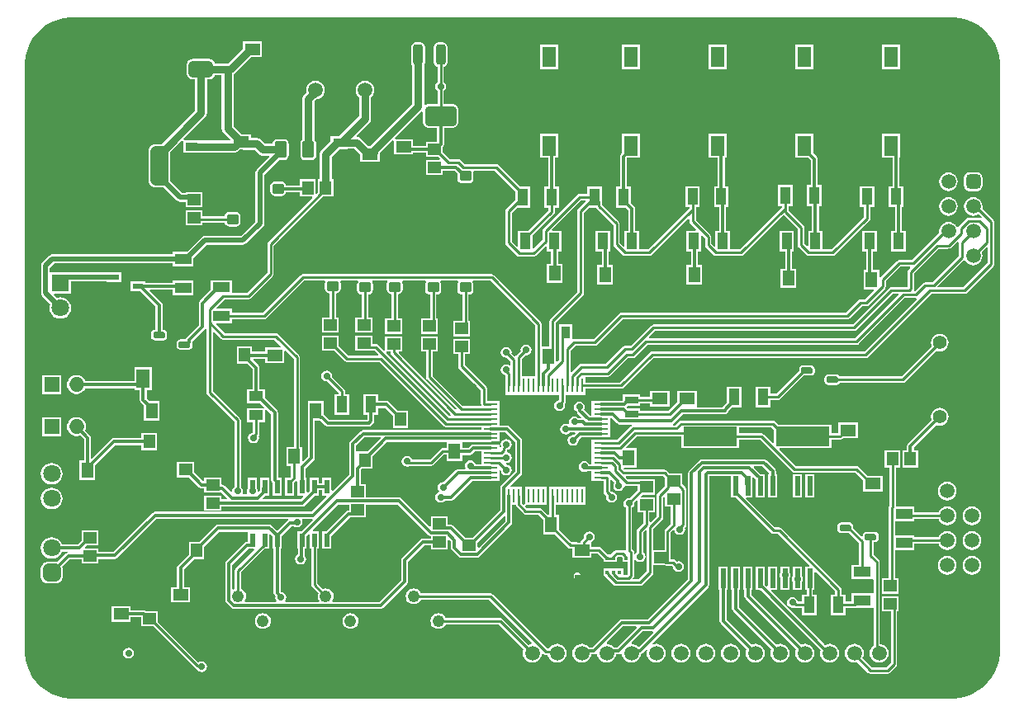
<source format=gtl>
G04*
G04 #@! TF.GenerationSoftware,Altium Limited,Altium Designer,24.1.2 (44)*
G04*
G04 Layer_Physical_Order=1*
G04 Layer_Color=255*
%FSLAX44Y44*%
%MOMM*%
G71*
G04*
G04 #@! TF.SameCoordinates,51815DC6-8F92-44A8-A11D-F5E15FB87907*
G04*
G04*
G04 #@! TF.FilePolarity,Positive*
G04*
G01*
G75*
%ADD16C,0.5000*%
%ADD17C,0.2540*%
%ADD19R,1.6000X1.2000*%
%ADD20R,5.5000X2.0000*%
%ADD21R,1.4000X0.7500*%
%ADD22R,1.1000X1.7500*%
%ADD23R,1.7500X1.1000*%
%ADD24R,0.2800X1.4700*%
%ADD25R,1.4700X0.2800*%
%ADD26R,1.4000X1.0000*%
G04:AMPARAMS|DCode=27|XSize=0.65mm|YSize=1.2mm|CornerRadius=0.1625mm|HoleSize=0mm|Usage=FLASHONLY|Rotation=270.000|XOffset=0mm|YOffset=0mm|HoleType=Round|Shape=RoundedRectangle|*
%AMROUNDEDRECTD27*
21,1,0.6500,0.8750,0,0,270.0*
21,1,0.3250,1.2000,0,0,270.0*
1,1,0.3250,-0.4375,-0.1625*
1,1,0.3250,-0.4375,0.1625*
1,1,0.3250,0.4375,0.1625*
1,1,0.3250,0.4375,-0.1625*
%
%ADD27ROUNDEDRECTD27*%
%ADD28R,1.3500X1.1500*%
G04:AMPARAMS|DCode=29|XSize=1.75mm|YSize=1.25mm|CornerRadius=0.3125mm|HoleSize=0mm|Usage=FLASHONLY|Rotation=90.000|XOffset=0mm|YOffset=0mm|HoleType=Round|Shape=RoundedRectangle|*
%AMROUNDEDRECTD29*
21,1,1.7500,0.6250,0,0,90.0*
21,1,1.1250,1.2500,0,0,90.0*
1,1,0.6250,0.3125,0.5625*
1,1,0.6250,0.3125,-0.5625*
1,1,0.6250,-0.3125,-0.5625*
1,1,0.6250,-0.3125,0.5625*
%
%ADD29ROUNDEDRECTD29*%
%ADD30R,1.3000X0.9000*%
%ADD31R,1.1500X1.3500*%
%ADD32R,1.2000X1.6000*%
%ADD33R,1.4000X1.9500*%
%ADD34R,0.6000X2.0000*%
%ADD35R,0.9000X1.3000*%
G04:AMPARAMS|DCode=36|XSize=1.2mm|YSize=1.1mm|CornerRadius=0.275mm|HoleSize=0mm|Usage=FLASHONLY|Rotation=0.000|XOffset=0mm|YOffset=0mm|HoleType=Round|Shape=RoundedRectangle|*
%AMROUNDEDRECTD36*
21,1,1.2000,0.5500,0,0,0.0*
21,1,0.6500,1.1000,0,0,0.0*
1,1,0.5500,0.3250,-0.2750*
1,1,0.5500,-0.3250,-0.2750*
1,1,0.5500,-0.3250,0.2750*
1,1,0.5500,0.3250,0.2750*
%
%ADD36ROUNDEDRECTD36*%
G04:AMPARAMS|DCode=37|XSize=3.3mm|YSize=2.1mm|CornerRadius=0.525mm|HoleSize=0mm|Usage=FLASHONLY|Rotation=0.000|XOffset=0mm|YOffset=0mm|HoleType=Round|Shape=RoundedRectangle|*
%AMROUNDEDRECTD37*
21,1,3.3000,1.0500,0,0,0.0*
21,1,2.2500,2.1000,0,0,0.0*
1,1,1.0500,1.1250,-0.5250*
1,1,1.0500,-1.1250,-0.5250*
1,1,1.0500,-1.1250,0.5250*
1,1,1.0500,1.1250,0.5250*
%
%ADD37ROUNDEDRECTD37*%
G04:AMPARAMS|DCode=38|XSize=1mm|YSize=2.1mm|CornerRadius=0.25mm|HoleSize=0mm|Usage=FLASHONLY|Rotation=0.000|XOffset=0mm|YOffset=0mm|HoleType=Round|Shape=RoundedRectangle|*
%AMROUNDEDRECTD38*
21,1,1.0000,1.6000,0,0,0.0*
21,1,0.5000,2.1000,0,0,0.0*
1,1,0.5000,0.2500,-0.8000*
1,1,0.5000,-0.2500,-0.8000*
1,1,0.5000,-0.2500,0.8000*
1,1,0.5000,0.2500,0.8000*
%
%ADD38ROUNDEDRECTD38*%
%ADD39R,1.1000X0.6000*%
%ADD40R,1.4000X2.1000*%
%ADD41R,0.6000X1.4500*%
G04:AMPARAMS|DCode=42|XSize=1.7mm|YSize=2.5mm|CornerRadius=0.425mm|HoleSize=0mm|Usage=FLASHONLY|Rotation=270.000|XOffset=0mm|YOffset=0mm|HoleType=Round|Shape=RoundedRectangle|*
%AMROUNDEDRECTD42*
21,1,1.7000,1.6500,0,0,270.0*
21,1,0.8500,2.5000,0,0,270.0*
1,1,0.8500,-0.8250,-0.4250*
1,1,0.8500,-0.8250,0.4250*
1,1,0.8500,0.8250,0.4250*
1,1,0.8500,0.8250,-0.4250*
%
%ADD42ROUNDEDRECTD42*%
%ADD84R,0.3500X0.3500*%
%ADD85C,0.3000*%
%ADD86C,0.8000*%
%ADD87C,1.5200*%
G04:AMPARAMS|DCode=88|XSize=1.52mm|YSize=1.52mm|CornerRadius=0.38mm|HoleSize=0mm|Usage=FLASHONLY|Rotation=0.000|XOffset=0mm|YOffset=0mm|HoleType=Round|Shape=RoundedRectangle|*
%AMROUNDEDRECTD88*
21,1,1.5200,0.7600,0,0,0.0*
21,1,0.7600,1.5200,0,0,0.0*
1,1,0.7600,0.3800,-0.3800*
1,1,0.7600,-0.3800,-0.3800*
1,1,0.7600,-0.3800,0.3800*
1,1,0.7600,0.3800,0.3800*
%
%ADD88ROUNDEDRECTD88*%
%ADD89C,1.5000*%
G04:AMPARAMS|DCode=90|XSize=1.5mm|YSize=1.5mm|CornerRadius=0.375mm|HoleSize=0mm|Usage=FLASHONLY|Rotation=270.000|XOffset=0mm|YOffset=0mm|HoleType=Round|Shape=RoundedRectangle|*
%AMROUNDEDRECTD90*
21,1,1.5000,0.7500,0,0,270.0*
21,1,0.7500,1.5000,0,0,270.0*
1,1,0.7500,-0.3750,-0.3750*
1,1,0.7500,-0.3750,0.3750*
1,1,0.7500,0.3750,0.3750*
1,1,0.7500,0.3750,-0.3750*
%
%ADD90ROUNDEDRECTD90*%
%ADD91R,1.2220X1.2220*%
%ADD92C,1.2220*%
%ADD93R,1.5400X1.5240*%
%ADD94O,1.5400X1.5240*%
%ADD95C,1.8000*%
%ADD96R,1.8000X1.8000*%
%ADD97C,1.4080*%
%ADD98C,7.0000*%
G04:AMPARAMS|DCode=99|XSize=4mm|YSize=1.8mm|CornerRadius=0.45mm|HoleSize=0mm|Usage=FLASHONLY|Rotation=90.000|XOffset=0mm|YOffset=0mm|HoleType=Round|Shape=RoundedRectangle|*
%AMROUNDEDRECTD99*
21,1,4.0000,0.9000,0,0,90.0*
21,1,3.1000,1.8000,0,0,90.0*
1,1,0.9000,0.4500,1.5500*
1,1,0.9000,0.4500,-1.5500*
1,1,0.9000,-0.4500,-1.5500*
1,1,0.9000,-0.4500,1.5500*
%
%ADD99ROUNDEDRECTD99*%
G04:AMPARAMS|DCode=100|XSize=4mm|YSize=1.8mm|CornerRadius=0.45mm|HoleSize=0mm|Usage=FLASHONLY|Rotation=180.000|XOffset=0mm|YOffset=0mm|HoleType=Round|Shape=RoundedRectangle|*
%AMROUNDEDRECTD100*
21,1,4.0000,0.9000,0,0,180.0*
21,1,3.1000,1.8000,0,0,180.0*
1,1,0.9000,-1.5500,0.4500*
1,1,0.9000,1.5500,0.4500*
1,1,0.9000,1.5500,-0.4500*
1,1,0.9000,-1.5500,-0.4500*
%
%ADD100ROUNDEDRECTD100*%
G04:AMPARAMS|DCode=101|XSize=1.8mm|YSize=1.8mm|CornerRadius=0.45mm|HoleSize=0mm|Usage=FLASHONLY|Rotation=180.000|XOffset=0mm|YOffset=0mm|HoleType=Round|Shape=RoundedRectangle|*
%AMROUNDEDRECTD101*
21,1,1.8000,0.9000,0,0,180.0*
21,1,0.9000,1.8000,0,0,180.0*
1,1,0.9000,-0.4500,0.4500*
1,1,0.9000,0.4500,0.4500*
1,1,0.9000,0.4500,-0.4500*
1,1,0.9000,-0.4500,-0.4500*
%
%ADD101ROUNDEDRECTD101*%
%ADD102C,0.7000*%
G36*
X950000Y700000D02*
X953277D01*
X959775Y699144D01*
X966106Y697448D01*
X972162Y694940D01*
X977838Y691663D01*
X983038Y687673D01*
X987673Y683038D01*
X991663Y677838D01*
X994940Y672162D01*
X997448Y666106D01*
X999144Y659775D01*
X1000000Y653277D01*
Y650000D01*
X1000000Y650000D01*
X1000000Y650000D01*
X1000000Y50000D01*
Y46723D01*
X999145Y40224D01*
X997448Y33893D01*
X994940Y27838D01*
X991663Y22162D01*
X987673Y16962D01*
X983038Y12327D01*
X977838Y8337D01*
X972162Y5060D01*
X966106Y2552D01*
X959775Y856D01*
X953277Y0D01*
X950000Y0D01*
X50000Y0D01*
X46723D01*
X40224Y856D01*
X33893Y2552D01*
X27838Y5060D01*
X22162Y8337D01*
X16962Y12327D01*
X12327Y16962D01*
X8337Y22162D01*
X5060Y27838D01*
X2552Y33893D01*
X856Y40224D01*
X0Y46723D01*
X0Y50000D01*
X0Y650000D01*
Y653277D01*
X856Y659775D01*
X2552Y666106D01*
X5060Y672162D01*
X8337Y677838D01*
X12327Y683038D01*
X16962Y687673D01*
X22162Y691663D01*
X27838Y694940D01*
X33893Y697448D01*
X40224Y699144D01*
X46723Y700000D01*
X50000Y700000D01*
X50000Y700000D01*
X950000Y700000D01*
D02*
G37*
%LPC*%
G36*
X243680Y675010D02*
X223680D01*
Y667662D01*
X208566Y652548D01*
X195291D01*
X195177Y653119D01*
X193796Y655186D01*
X191729Y656567D01*
X189290Y657052D01*
X172790D01*
X170351Y656567D01*
X168284Y655186D01*
X166903Y653119D01*
X166418Y650680D01*
Y642180D01*
X166903Y639741D01*
X168284Y637674D01*
X170351Y636293D01*
X172790Y635808D01*
X174923D01*
Y603694D01*
X140655Y569426D01*
X133750D01*
X132053Y569203D01*
X130472Y568548D01*
X129114Y567506D01*
X128072Y566148D01*
X127417Y564567D01*
X127194Y562870D01*
Y531870D01*
X127417Y530173D01*
X128072Y528592D01*
X129114Y527234D01*
X130472Y526192D01*
X132053Y525537D01*
X133750Y525314D01*
X142750D01*
X142810Y525322D01*
X156496Y511636D01*
X157984Y510641D01*
X159740Y510292D01*
X165240D01*
Y504780D01*
X182740D01*
Y520280D01*
X165240D01*
Y519468D01*
X161640D01*
X149298Y531810D01*
X149306Y531870D01*
Y560775D01*
X161680Y573148D01*
X162950Y572622D01*
Y560530D01*
X179950D01*
Y560912D01*
X215520D01*
X217861Y561378D01*
X219846Y562704D01*
X220902Y563760D01*
X223659D01*
X224250Y563643D01*
X235946D01*
X240034Y559554D01*
X242019Y558228D01*
X244360Y557762D01*
X250844D01*
X251331Y556589D01*
X238056Y543314D01*
X237061Y541826D01*
X236712Y540070D01*
Y489580D01*
X222368Y475237D01*
X184828D01*
X183073Y474887D01*
X181584Y473893D01*
X166821Y459130D01*
X151810D01*
Y456218D01*
X28720D01*
X26964Y455869D01*
X25476Y454874D01*
X18346Y447744D01*
X17351Y446256D01*
X17002Y444500D01*
Y416560D01*
X17351Y414804D01*
X18346Y413316D01*
X26511Y405151D01*
X26113Y404192D01*
X25735Y401320D01*
X26113Y398448D01*
X27222Y395773D01*
X28985Y393475D01*
X31282Y391712D01*
X33958Y390603D01*
X36830Y390225D01*
X39702Y390603D01*
X42378Y391712D01*
X44675Y393475D01*
X46438Y395773D01*
X47547Y398448D01*
X47925Y401320D01*
X47547Y404192D01*
X46438Y406867D01*
X44675Y409165D01*
X42378Y410928D01*
X39702Y412037D01*
X36830Y412415D01*
X33958Y412037D01*
X32999Y411640D01*
X30092Y414547D01*
X30578Y415720D01*
X47830D01*
Y428482D01*
X84490D01*
Y428070D01*
X99490D01*
Y438070D01*
X84490D01*
Y437658D01*
X47830D01*
Y437720D01*
X26178D01*
Y442599D01*
X30621Y447042D01*
X151810D01*
Y444130D01*
X173310D01*
Y452641D01*
X186729Y466060D01*
X224268D01*
X226024Y466410D01*
X227513Y467404D01*
X244544Y484436D01*
X245539Y485924D01*
X245888Y487680D01*
Y538170D01*
X260748Y553030D01*
X265735D01*
X267735Y553427D01*
X269430Y554560D01*
X270563Y556255D01*
X270960Y558255D01*
Y569505D01*
X270563Y571505D01*
X269430Y573200D01*
X267735Y574333D01*
X265735Y574730D01*
X259485D01*
X257485Y574333D01*
X255790Y573200D01*
X254657Y571505D01*
X254358Y569997D01*
X246894D01*
X242806Y574086D01*
X240821Y575412D01*
X238480Y575877D01*
X232250D01*
Y579760D01*
X222793D01*
X222576Y580086D01*
X214398Y588264D01*
Y641417D01*
X215426Y642104D01*
X232332Y659010D01*
X243680D01*
Y675010D01*
D02*
G37*
G36*
X897640Y671410D02*
X879640D01*
Y646410D01*
X897640D01*
Y671410D01*
D02*
G37*
G36*
X808740D02*
X790740D01*
Y646410D01*
X808740D01*
Y671410D01*
D02*
G37*
G36*
X719840D02*
X701840D01*
Y646410D01*
X719840D01*
Y671410D01*
D02*
G37*
G36*
X630940D02*
X612940D01*
Y646410D01*
X630940D01*
Y671410D01*
D02*
G37*
G36*
X547120D02*
X529120D01*
Y646410D01*
X547120D01*
Y671410D01*
D02*
G37*
G36*
X429220Y674008D02*
X424220D01*
X422464Y673659D01*
X420976Y672664D01*
X419981Y671176D01*
X419632Y669420D01*
Y653420D01*
X419981Y651664D01*
X420976Y650176D01*
X422464Y649181D01*
X423386Y648998D01*
Y633037D01*
X422755Y632615D01*
X421539Y630796D01*
X421112Y628650D01*
X421539Y626504D01*
X422755Y624685D01*
X423386Y624263D01*
Y610983D01*
X415470D01*
X413577Y610733D01*
X411814Y610003D01*
X411107Y609461D01*
X409837Y610087D01*
Y650734D01*
X410459Y651664D01*
X410808Y653420D01*
Y669420D01*
X410459Y671176D01*
X409464Y672664D01*
X407976Y673659D01*
X406220Y674008D01*
X401220D01*
X399464Y673659D01*
X397976Y672664D01*
X396981Y671176D01*
X396632Y669420D01*
Y653420D01*
X396981Y651664D01*
X397603Y650734D01*
Y610984D01*
X354004Y567386D01*
X352761Y567811D01*
X345406Y575166D01*
X343421Y576492D01*
X341134Y576947D01*
X340817Y577418D01*
X340522Y578131D01*
X353576Y591184D01*
X354902Y593169D01*
X355368Y595510D01*
Y617560D01*
X356025Y618064D01*
X357548Y620049D01*
X358506Y622360D01*
X358832Y624840D01*
X358506Y627320D01*
X357548Y629631D01*
X356025Y631615D01*
X354041Y633138D01*
X351730Y634095D01*
X349250Y634422D01*
X346770Y634095D01*
X344459Y633138D01*
X342475Y631615D01*
X340952Y629631D01*
X339995Y627320D01*
X339668Y624840D01*
X339995Y622360D01*
X340952Y620049D01*
X342475Y618064D01*
X343133Y617560D01*
Y598044D01*
X322429Y577340D01*
X314080D01*
Y572991D01*
X304644Y563556D01*
X303318Y561571D01*
X302852Y559230D01*
Y533260D01*
X301220D01*
Y520475D01*
X299393Y518648D01*
X298220Y519134D01*
Y533260D01*
X282720D01*
Y527149D01*
X268280D01*
X268074Y528183D01*
X267024Y529754D01*
X265453Y530804D01*
X263600Y531173D01*
X257100D01*
X255247Y530804D01*
X253675Y529754D01*
X252626Y528183D01*
X252257Y526330D01*
Y520830D01*
X252626Y518977D01*
X253675Y517406D01*
X255247Y516356D01*
X257100Y515987D01*
X263600D01*
X265453Y516356D01*
X267024Y517406D01*
X268074Y518977D01*
X268280Y520011D01*
X282720D01*
Y515760D01*
X294846D01*
X295332Y514587D01*
X249925Y469180D01*
X249202Y468098D01*
X248948Y466822D01*
Y437813D01*
X228119Y416984D01*
X212680D01*
Y429920D01*
X191180D01*
Y419967D01*
X179756Y408543D01*
X178983Y407385D01*
X178711Y406019D01*
Y383508D01*
X165938Y370734D01*
X165164Y369577D01*
X165089Y369201D01*
X159755D01*
X158341Y368920D01*
X157142Y368119D01*
X156340Y366919D01*
X156059Y365505D01*
Y362255D01*
X156340Y360841D01*
X157142Y359641D01*
X158341Y358840D01*
X159755Y358559D01*
X168505D01*
X169919Y358840D01*
X171119Y359641D01*
X171920Y360841D01*
X172201Y362255D01*
Y365505D01*
X172030Y366367D01*
Y366733D01*
X184803Y379506D01*
X185306Y380259D01*
X186576Y379874D01*
Y314605D01*
X186830Y313329D01*
X187553Y312247D01*
X215153Y284646D01*
Y217747D01*
X214522Y217325D01*
X213307Y215506D01*
X212880Y213360D01*
X212953Y212989D01*
X211783Y212364D01*
X205056Y219091D01*
X203898Y219864D01*
X202533Y220136D01*
X201790D01*
Y227460D01*
X184290D01*
Y223660D01*
X183020Y223437D01*
X173850Y232607D01*
Y243060D01*
X156350D01*
Y227560D01*
X168803D01*
X179177Y217187D01*
X180334Y216413D01*
X181700Y216141D01*
X184290D01*
Y211960D01*
X201790D01*
X201790Y211960D01*
Y211960D01*
X202759Y211295D01*
X208101Y205952D01*
X207615Y204779D01*
X201790D01*
Y208960D01*
X184290D01*
Y193460D01*
X201790D01*
Y197641D01*
X284890D01*
X286256Y197913D01*
X287413Y198687D01*
X297227Y208500D01*
X302180D01*
Y214181D01*
X304880D01*
Y208500D01*
X309124D01*
X309610Y207327D01*
X294462Y192179D01*
X134000D01*
X132634Y191907D01*
X131477Y191133D01*
X91232Y150889D01*
X76060D01*
Y154350D01*
X62266D01*
X61780Y155523D01*
X63607Y157350D01*
X76060D01*
Y172850D01*
X58560D01*
Y162397D01*
X54672Y158509D01*
X38368D01*
X37548Y160487D01*
X35785Y162785D01*
X33488Y164548D01*
X30812Y165657D01*
X27940Y166035D01*
X25068Y165657D01*
X22392Y164548D01*
X20095Y162785D01*
X18332Y160487D01*
X17223Y157812D01*
X16845Y154940D01*
X17223Y152068D01*
X18332Y149392D01*
X20095Y147095D01*
X22392Y145331D01*
X25068Y144223D01*
X27940Y143845D01*
X30812Y144223D01*
X33487Y145331D01*
X35785Y147095D01*
X37548Y149392D01*
X38368Y151371D01*
X44537D01*
X44662Y150101D01*
X43634Y149897D01*
X42477Y149123D01*
X33774Y140421D01*
X32440Y140596D01*
X23440D01*
X21743Y140373D01*
X20162Y139718D01*
X18804Y138676D01*
X17762Y137318D01*
X17107Y135737D01*
X16884Y134040D01*
Y125040D01*
X17107Y123343D01*
X17762Y121762D01*
X18804Y120404D01*
X20162Y119362D01*
X21743Y118707D01*
X23440Y118484D01*
X32440D01*
X34137Y118707D01*
X35718Y119362D01*
X37076Y120404D01*
X38118Y121762D01*
X38773Y123343D01*
X38996Y125040D01*
Y134040D01*
X38821Y135374D01*
X46478Y143031D01*
X58560D01*
Y138850D01*
X76060D01*
Y143751D01*
X92710D01*
X94076Y144023D01*
X95233Y144797D01*
X135478Y185041D01*
X270120D01*
X270505Y183771D01*
X269901Y183368D01*
X259080Y172547D01*
X253843Y177783D01*
X252686Y178557D01*
X251320Y178829D01*
X198390D01*
X197024Y178557D01*
X195867Y177783D01*
X179233Y161150D01*
X168780D01*
Y148697D01*
X157497Y137413D01*
X156723Y136256D01*
X156451Y134890D01*
Y114940D01*
X150020D01*
Y98940D01*
X170020D01*
Y114940D01*
X163589D01*
Y133412D01*
X173827Y143650D01*
X184280D01*
Y156103D01*
X199868Y171691D01*
X228680D01*
Y161465D01*
X228420D01*
X227054Y161193D01*
X225897Y160419D01*
X206867Y141390D01*
X206093Y140232D01*
X205821Y138866D01*
Y101419D01*
X206093Y100054D01*
X206867Y98896D01*
X212496Y93267D01*
X213654Y92493D01*
X215019Y92221D01*
X365030D01*
X366396Y92493D01*
X367553Y93267D01*
X392413Y118127D01*
X393187Y119284D01*
X393459Y120650D01*
Y140762D01*
X410058Y157361D01*
X416700D01*
Y153180D01*
X434200D01*
Y162924D01*
X435373Y163410D01*
X437122Y161662D01*
Y155630D01*
X437393Y154265D01*
X438167Y153107D01*
X445207Y146067D01*
X446365Y145293D01*
X447730Y145021D01*
X464130D01*
X465495Y145293D01*
X466653Y146067D01*
X499303Y178717D01*
X500077Y179875D01*
X500349Y181240D01*
Y198870D01*
X503744D01*
X503830Y198440D01*
X504552Y197358D01*
X511510Y190400D01*
X512592Y189678D01*
X513868Y189424D01*
X526941D01*
X532010Y184355D01*
Y169070D01*
X543295D01*
X557332Y155033D01*
X558414Y154310D01*
X559690Y154056D01*
X561500D01*
Y144660D01*
X581500D01*
Y149326D01*
X587679D01*
X593560Y143445D01*
Y140660D01*
X607560D01*
Y144568D01*
X607624Y144890D01*
Y145133D01*
X608587Y146096D01*
X612034D01*
X612996Y145133D01*
Y144890D01*
X613060Y144568D01*
Y140660D01*
X618496D01*
Y128187D01*
X617716Y127407D01*
X614060D01*
Y133660D01*
X604612D01*
X604290Y133724D01*
X603968Y133660D01*
X593560D01*
Y126160D01*
X594957D01*
X595433Y125448D01*
X603858Y117022D01*
X604940Y116300D01*
X606216Y116046D01*
X631190D01*
X632466Y116300D01*
X633548Y117022D01*
X643867Y127343D01*
X644590Y128424D01*
X644844Y129700D01*
Y137040D01*
X657188D01*
X657510Y136976D01*
X663552D01*
X665030Y135498D01*
X665379Y133744D01*
X666595Y131925D01*
X668414Y130709D01*
X670560Y130282D01*
X672706Y130709D01*
X674525Y131925D01*
X675741Y133744D01*
X676168Y135890D01*
X675741Y138036D01*
X674525Y139855D01*
X672706Y141071D01*
X670560Y141498D01*
X668809Y141149D01*
X667291Y142668D01*
X666209Y143390D01*
X664933Y143644D01*
X662780D01*
Y149448D01*
X662844Y149770D01*
Y170969D01*
X665083Y173208D01*
X666461Y172790D01*
X666649Y171844D01*
X667865Y170025D01*
X669684Y168809D01*
X671830Y168382D01*
X673976Y168809D01*
X675795Y170025D01*
X677011Y171844D01*
X677438Y173990D01*
X677089Y175741D01*
X677858Y176509D01*
X678580Y177591D01*
X678834Y178867D01*
Y214860D01*
X678580Y216136D01*
X677858Y217218D01*
X674230Y220845D01*
Y231630D01*
X661445D01*
X658765Y234310D01*
X657684Y235032D01*
X656408Y235286D01*
X615249D01*
X614155Y236380D01*
X614681Y237650D01*
X627500D01*
Y257650D01*
X617250D01*
X616764Y258823D01*
X627657Y269716D01*
X673570D01*
Y257240D01*
X732570D01*
Y265906D01*
X754565D01*
X787248Y233222D01*
X788330Y232500D01*
X789605Y232246D01*
X851969D01*
X859950Y224265D01*
Y212980D01*
X879950D01*
Y228980D01*
X864665D01*
X855707Y237938D01*
X854626Y238660D01*
X853350Y238914D01*
X790987D01*
X773834Y256067D01*
X774320Y257240D01*
X827570D01*
Y265906D01*
X835940D01*
X837216Y266160D01*
X838298Y266882D01*
X839265Y267850D01*
X854550D01*
Y283850D01*
X834550D01*
Y272574D01*
X827570D01*
Y281240D01*
X773285D01*
X769658Y284867D01*
X768576Y285590D01*
X767300Y285844D01*
X673670D01*
X672394Y285590D01*
X671312Y284868D01*
X667369Y280924D01*
X665222D01*
X664837Y282194D01*
X665589Y282697D01*
X675234Y292341D01*
X718040D01*
X719406Y292613D01*
X720563Y293387D01*
X721337Y294544D01*
X721502Y295375D01*
X725257Y299130D01*
X735210D01*
Y320630D01*
X720210D01*
Y304177D01*
X715517Y299483D01*
X715513Y299479D01*
X690359D01*
X689450Y300350D01*
Y316350D01*
X669450D01*
Y305065D01*
X660189Y295804D01*
X631300D01*
Y298220D01*
X618356D01*
X617491Y299136D01*
X617566Y299897D01*
X618889Y301220D01*
X631300D01*
Y303636D01*
X641510D01*
Y300350D01*
X661510D01*
Y316350D01*
X641510D01*
Y310304D01*
X631300D01*
Y312720D01*
X613300D01*
Y305989D01*
X590980D01*
X590132Y305820D01*
X581630D01*
Y299020D01*
Y290989D01*
X579878D01*
X573801Y297065D01*
X574141Y297574D01*
X574568Y299720D01*
X574141Y301866D01*
X572925Y303685D01*
X571106Y304901D01*
X568960Y305328D01*
X566814Y304901D01*
X564995Y303685D01*
X563779Y301866D01*
X563352Y299720D01*
X563779Y297574D01*
X564995Y295755D01*
X566413Y294807D01*
X566428Y294729D01*
X567202Y293571D01*
X571454Y289319D01*
X570928Y288049D01*
X568110D01*
X567845Y288445D01*
X566026Y289661D01*
X563880Y290088D01*
X561734Y289661D01*
X559915Y288445D01*
X558699Y286626D01*
X558272Y284480D01*
X558656Y282553D01*
X558133Y282006D01*
X557626Y281713D01*
X557136Y282041D01*
X554990Y282468D01*
X552844Y282041D01*
X551025Y280825D01*
X549809Y279006D01*
X549382Y276860D01*
X549809Y274714D01*
X551025Y272895D01*
X552844Y271679D01*
X554990Y271252D01*
X557136Y271679D01*
X558955Y272895D01*
X559528Y273751D01*
X564225D01*
X564711Y272578D01*
X563078Y270945D01*
X562610Y271038D01*
X560464Y270611D01*
X558645Y269395D01*
X557429Y267576D01*
X557002Y265430D01*
X557429Y263284D01*
X558645Y261465D01*
X560464Y260249D01*
X562610Y259822D01*
X564756Y260249D01*
X566575Y261465D01*
X567791Y263284D01*
X568218Y265430D01*
X568125Y265898D01*
X571078Y268851D01*
X590980D01*
X591828Y269020D01*
X600330D01*
Y279020D01*
Y288494D01*
X601600Y288703D01*
X607607Y282697D01*
X608764Y281923D01*
X610130Y281651D01*
X622302D01*
X622687Y280381D01*
X622038Y279947D01*
X607844Y265754D01*
X600330D01*
Y265820D01*
X581630D01*
Y254020D01*
Y240989D01*
X579109D01*
X578005Y242640D01*
X576186Y243856D01*
X574040Y244283D01*
X571894Y243856D01*
X570075Y242640D01*
X568859Y240821D01*
X568432Y238675D01*
X568859Y236529D01*
X570075Y234710D01*
X571894Y233494D01*
X574040Y233067D01*
X576186Y233494D01*
X576720Y233851D01*
X581630D01*
Y224020D01*
X593726D01*
Y212428D01*
X593980Y211152D01*
X594702Y210070D01*
X596603Y208170D01*
X596372Y207010D01*
X596799Y204864D01*
X598015Y203045D01*
X599834Y201829D01*
X601980Y201402D01*
X604126Y201829D01*
X605945Y203045D01*
X607161Y204864D01*
X607588Y207010D01*
X607161Y209156D01*
X605945Y210975D01*
X604126Y212191D01*
X601980Y212618D01*
X601651Y212552D01*
X600394Y213809D01*
Y225000D01*
X601567Y225486D01*
X604896Y222157D01*
X604109Y220979D01*
X603682Y218833D01*
X604109Y216687D01*
X605324Y214868D01*
X607144Y213652D01*
X609290Y213225D01*
X611436Y213652D01*
X613255Y214868D01*
X614471Y216687D01*
X614789Y218287D01*
X615994Y218921D01*
X616113Y218930D01*
X616114Y218930D01*
X617389Y218676D01*
X628790D01*
Y214495D01*
X620508Y206213D01*
X619763Y206361D01*
X617617Y205934D01*
X615798Y204718D01*
X614582Y202899D01*
X614155Y200753D01*
X614582Y198607D01*
X615798Y196788D01*
X616429Y196366D01*
Y152876D01*
X615613Y152282D01*
X615201Y152169D01*
X614690Y152510D01*
X613414Y152764D01*
X607206D01*
X605930Y152510D01*
X604848Y151788D01*
X601932Y148872D01*
X601457Y148160D01*
X598275D01*
X591418Y155017D01*
X590336Y155740D01*
X589060Y155994D01*
X581500D01*
Y160660D01*
X582040Y161706D01*
X583085Y162405D01*
X584301Y164224D01*
X584728Y166370D01*
X584301Y168516D01*
X583085Y170335D01*
X581266Y171551D01*
X579120Y171978D01*
X576974Y171551D01*
X575155Y170335D01*
X573939Y168516D01*
X573512Y166370D01*
X573660Y165625D01*
X571594Y163559D01*
X570871Y162477D01*
X570617Y161201D01*
Y160660D01*
X567092D01*
X566770Y160724D01*
X561071D01*
X548010Y173785D01*
Y189070D01*
X545114D01*
Y198870D01*
X575180D01*
Y217570D01*
X538380D01*
Y198870D01*
X538446D01*
Y189070D01*
X536725D01*
X530680Y195115D01*
X529598Y195838D01*
X528322Y196092D01*
X515249D01*
X513741Y197600D01*
X514267Y198870D01*
X535180D01*
Y217570D01*
X513380D01*
Y199757D01*
X512110Y199231D01*
X510244Y201096D01*
Y208090D01*
X510180Y208412D01*
Y217570D01*
X499136D01*
X498650Y218743D01*
X509253Y229346D01*
X510027Y230504D01*
X510299Y231870D01*
Y265430D01*
X510027Y266796D01*
X509253Y267953D01*
X497363Y279843D01*
X496206Y280617D01*
X494840Y280889D01*
X486930D01*
Y294020D01*
Y305820D01*
X474834D01*
Y318235D01*
X474580Y319511D01*
X473857Y320592D01*
X451644Y342806D01*
Y353840D01*
X457060D01*
Y369340D01*
X439560D01*
Y353840D01*
X444976D01*
Y341425D01*
X445230Y340149D01*
X445952Y339067D01*
X468166Y316854D01*
Y302550D01*
X468230Y302228D01*
Y300754D01*
X449451D01*
X418624Y331581D01*
Y356380D01*
X424040D01*
Y371880D01*
X406540D01*
Y356380D01*
X411956D01*
Y330200D01*
X412210Y328924D01*
X412933Y327842D01*
X442878Y297897D01*
X442460Y296519D01*
X442290Y296485D01*
X383608Y355167D01*
X384094Y356340D01*
X387210D01*
Y371840D01*
X369710D01*
Y358024D01*
X368537Y357538D01*
X362798Y363278D01*
X361716Y364000D01*
X360440Y364254D01*
X356730D01*
Y373150D01*
X339230D01*
Y357650D01*
X352138D01*
X352460Y357586D01*
X359059D01*
X362888Y353757D01*
X362402Y352584D01*
X332221D01*
X322440Y362365D01*
Y373150D01*
X304940D01*
Y357650D01*
X317725D01*
X328483Y346893D01*
X329564Y346170D01*
X330840Y345916D01*
X364309D01*
X430162Y280062D01*
X431244Y279340D01*
X432519Y279086D01*
X468230D01*
Y275989D01*
X347350D01*
X345984Y275717D01*
X344827Y274943D01*
X334027Y264143D01*
X333253Y262986D01*
X332981Y261620D01*
Y230698D01*
X316053Y213770D01*
X314880Y214256D01*
Y227000D01*
X304880D01*
Y221319D01*
X302180D01*
Y227000D01*
X292180D01*
Y213547D01*
X290653Y212020D01*
X289480Y212506D01*
Y227000D01*
X288049D01*
Y236372D01*
X296733Y245057D01*
X297507Y246215D01*
X297779Y247580D01*
Y285910D01*
X302865D01*
X303210Y285841D01*
X303732D01*
X308887Y280687D01*
X310044Y279913D01*
X311410Y279641D01*
X353060D01*
X354426Y279913D01*
X355583Y280687D01*
X357633Y282737D01*
X358407Y283894D01*
X358679Y285260D01*
Y291510D01*
X362610D01*
Y298691D01*
X370002D01*
X377970Y290723D01*
Y278270D01*
X393470D01*
Y295770D01*
X383017D01*
X374003Y304783D01*
X372846Y305557D01*
X371480Y305829D01*
X362610D01*
Y313010D01*
X347610D01*
Y291510D01*
X351541D01*
Y286779D01*
X312888D01*
X307733Y291933D01*
X306710Y292617D01*
Y305910D01*
X290710D01*
Y291755D01*
X290641Y291410D01*
Y249058D01*
X285773Y244190D01*
X284600Y244676D01*
Y258920D01*
X282734D01*
Y350520D01*
X282480Y351796D01*
X281758Y352878D01*
X260168Y374468D01*
X259086Y375190D01*
X257810Y375444D01*
X205247D01*
X196444Y384247D01*
X196930Y385420D01*
X212680D01*
Y389586D01*
X245847D01*
X247123Y389840D01*
X248204Y390563D01*
X286918Y429276D01*
X307651D01*
X308419Y428006D01*
X308137Y426590D01*
Y421090D01*
X308506Y419237D01*
X309555Y417665D01*
X311127Y416616D01*
X312896Y416264D01*
Y391650D01*
X304940D01*
Y376150D01*
X322440D01*
Y391650D01*
X319564D01*
Y416264D01*
X321333Y416616D01*
X322905Y417665D01*
X323954Y419237D01*
X324323Y421090D01*
Y426590D01*
X324041Y428006D01*
X324809Y429276D01*
X341403D01*
X342082Y428006D01*
X341526Y427173D01*
X341157Y425320D01*
Y419820D01*
X341526Y417967D01*
X342575Y416395D01*
X344147Y415346D01*
X345916Y414994D01*
Y391650D01*
X339230D01*
Y376150D01*
X356730D01*
Y391650D01*
X352584D01*
Y414994D01*
X354353Y415346D01*
X355924Y416395D01*
X356974Y417967D01*
X357343Y419820D01*
Y425320D01*
X356974Y427173D01*
X356418Y428006D01*
X357097Y429276D01*
X371703D01*
X372382Y428006D01*
X372006Y427443D01*
X371637Y425590D01*
Y420090D01*
X372006Y418237D01*
X373055Y416665D01*
X374627Y415616D01*
X376396Y415264D01*
Y390340D01*
X369710D01*
Y374840D01*
X387210D01*
Y390340D01*
X383064D01*
Y415264D01*
X384833Y415616D01*
X386404Y416665D01*
X387454Y418237D01*
X387823Y420090D01*
Y425590D01*
X387454Y427443D01*
X387079Y428006D01*
X387757Y429276D01*
X411253D01*
X411932Y428006D01*
X411376Y427173D01*
X411007Y425320D01*
Y419820D01*
X411376Y417967D01*
X412425Y416395D01*
X413997Y415346D01*
X415766Y414994D01*
Y390380D01*
X406540D01*
Y374880D01*
X424040D01*
Y390380D01*
X422434D01*
Y414994D01*
X424203Y415346D01*
X425774Y416395D01*
X426824Y417967D01*
X427193Y419820D01*
Y425320D01*
X426824Y427173D01*
X426268Y428006D01*
X426947Y429276D01*
X444273D01*
X444952Y428006D01*
X444396Y427173D01*
X444027Y425320D01*
Y419820D01*
X444396Y417967D01*
X445446Y416395D01*
X447017Y415346D01*
X448786Y414994D01*
Y387840D01*
X439560D01*
Y372340D01*
X457060D01*
Y387840D01*
X455454D01*
Y414994D01*
X457223Y415346D01*
X458795Y416395D01*
X459844Y417967D01*
X460213Y419820D01*
Y425320D01*
X459844Y427173D01*
X459288Y428006D01*
X459967Y429276D01*
X477869D01*
X523446Y383699D01*
Y330970D01*
X510089D01*
Y349164D01*
X513605Y352680D01*
X514350Y352532D01*
X516496Y352959D01*
X518315Y354175D01*
X519531Y355994D01*
X519958Y358140D01*
X519531Y360286D01*
X518315Y362105D01*
X516496Y363321D01*
X514350Y363748D01*
X512204Y363321D01*
X510385Y362105D01*
X509169Y360286D01*
X508742Y358140D01*
X508890Y357395D01*
X504398Y352902D01*
X503933Y352208D01*
X502486Y351859D01*
X499490Y354855D01*
X499638Y355600D01*
X499211Y357746D01*
X497995Y359565D01*
X496176Y360781D01*
X494030Y361208D01*
X491884Y360781D01*
X490065Y359565D01*
X488849Y357746D01*
X488422Y355600D01*
X488849Y353454D01*
X490065Y351635D01*
X491884Y350419D01*
X494030Y349992D01*
X494775Y350140D01*
X498446Y346469D01*
Y343012D01*
X497176Y342333D01*
X496176Y343001D01*
X494030Y343428D01*
X491884Y343001D01*
X490065Y341785D01*
X488849Y339966D01*
X488422Y337820D01*
X488849Y335674D01*
X490065Y333855D01*
X491884Y332639D01*
X493446Y332328D01*
Y330970D01*
X493380D01*
Y312270D01*
X548446D01*
Y306718D01*
X548248Y306520D01*
X546494Y306171D01*
X544675Y304955D01*
X543459Y303136D01*
X543032Y300990D01*
X543459Y298844D01*
X544675Y297025D01*
X546494Y295809D01*
X548640Y295382D01*
X550786Y295809D01*
X552605Y297025D01*
X553821Y298844D01*
X554248Y300990D01*
X553899Y302741D01*
X554137Y302979D01*
X554860Y304061D01*
X555114Y305337D01*
Y312270D01*
X575180D01*
Y318286D01*
X612046D01*
X613322Y318540D01*
X614403Y319263D01*
X645037Y349896D01*
X862500D01*
X863776Y350150D01*
X864857Y350872D01*
X929751Y415766D01*
X963930D01*
X965206Y416020D01*
X966288Y416743D01*
X993667Y444122D01*
X994390Y445204D01*
X994644Y446480D01*
Y489400D01*
X994390Y490676D01*
X993667Y491757D01*
X982118Y503306D01*
X982402Y505460D01*
X982076Y507940D01*
X981118Y510251D01*
X979595Y512235D01*
X977611Y513758D01*
X975300Y514715D01*
X972820Y515042D01*
X970340Y514715D01*
X968029Y513758D01*
X966044Y512235D01*
X964522Y510251D01*
X963565Y507940D01*
X963238Y505460D01*
X963565Y502980D01*
X964522Y500669D01*
X966044Y498685D01*
X968029Y497162D01*
X970340Y496204D01*
X972820Y495878D01*
X975300Y496204D01*
X977611Y497162D01*
X978302Y497692D01*
X981638Y494356D01*
X980829Y493370D01*
X980020Y493910D01*
X978744Y494164D01*
X968359D01*
X967083Y493910D01*
X966001Y493188D01*
X957762Y484949D01*
X957324Y484293D01*
X955935Y484328D01*
X955718Y484851D01*
X954195Y486835D01*
X952211Y488358D01*
X949900Y489315D01*
X947420Y489642D01*
X944940Y489315D01*
X942629Y488358D01*
X940645Y486835D01*
X939122Y484851D01*
X938165Y482540D01*
X937838Y480060D01*
X938014Y478724D01*
X909664Y450374D01*
X896620D01*
X895344Y450120D01*
X894262Y449398D01*
X877690Y432825D01*
X877288Y432868D01*
X876420Y433258D01*
Y440530D01*
X870199D01*
Y459250D01*
X874130D01*
Y480750D01*
X859130D01*
Y459250D01*
X863061D01*
Y440530D01*
X860420D01*
Y420530D01*
X870670D01*
X871156Y419357D01*
X861904Y410104D01*
X857196D01*
X855920Y409850D01*
X854838Y409128D01*
X842275Y396564D01*
X611941D01*
X610666Y396310D01*
X609584Y395588D01*
X583481Y369484D01*
X563685D01*
X562690Y369286D01*
X561420Y369980D01*
Y384420D01*
X548420D01*
Y373012D01*
X548356Y372690D01*
Y348290D01*
X546123Y346058D01*
X544950Y346544D01*
Y356198D01*
X545014Y356520D01*
Y386629D01*
X572588Y414202D01*
X573310Y415284D01*
X573564Y416560D01*
Y499159D01*
X578655Y504250D01*
X586036D01*
X586562Y503462D01*
X603726Y486299D01*
Y466656D01*
X603980Y465380D01*
X604702Y464298D01*
X613378Y455622D01*
X614460Y454900D01*
X615736Y454646D01*
X640860D01*
X642136Y454900D01*
X643217Y455622D01*
X680513Y492918D01*
X681686Y492432D01*
Y490145D01*
X681940Y488869D01*
X682663Y487787D01*
X688526Y481923D01*
X688040Y480750D01*
X678790D01*
Y459250D01*
X683241D01*
Y445610D01*
X678810D01*
Y425610D01*
X694810D01*
Y445610D01*
X690379D01*
Y459250D01*
X693790D01*
Y475000D01*
X694963Y475486D01*
X697706Y472743D01*
Y465876D01*
X697960Y464600D01*
X698682Y463518D01*
X706578Y455622D01*
X707660Y454900D01*
X708935Y454646D01*
X734840D01*
X736116Y454900D01*
X737197Y455622D01*
X778510Y496935D01*
X792956Y482489D01*
Y465876D01*
X793210Y464600D01*
X793932Y463518D01*
X801828Y455622D01*
X802910Y454900D01*
X804185Y454646D01*
X828820D01*
X830096Y454900D01*
X831178Y455622D01*
X866448Y490892D01*
X867170Y491974D01*
X867424Y493250D01*
Y504870D01*
X871590D01*
Y526370D01*
X856590D01*
Y504870D01*
X860756D01*
Y494631D01*
X827439Y461314D01*
X818540D01*
Y480750D01*
X814609D01*
Y506140D01*
X817270D01*
Y527640D01*
X813339D01*
Y554380D01*
X813067Y555746D01*
X812293Y556903D01*
X808740Y560457D01*
Y580410D01*
X790740D01*
Y555410D01*
X803693D01*
X806201Y552902D01*
Y527640D01*
X802270D01*
Y506140D01*
X807471D01*
Y480750D01*
X803540D01*
Y465000D01*
X802367Y464514D01*
X799624Y467257D01*
Y483870D01*
X799370Y485146D01*
X798648Y486227D01*
X783604Y501271D01*
Y506140D01*
X787770D01*
Y527640D01*
X772770D01*
Y506140D01*
X776936D01*
Y504791D01*
X733459Y461314D01*
X723290D01*
Y480750D01*
X719359D01*
Y504870D01*
X722020D01*
Y526370D01*
X718089D01*
Y555410D01*
X719840D01*
Y580410D01*
X701840D01*
Y555410D01*
X710951D01*
Y526370D01*
X707020D01*
Y504870D01*
X712221D01*
Y480750D01*
X708290D01*
Y465000D01*
X707117Y464514D01*
X704374Y467257D01*
Y474124D01*
X704120Y475400D01*
X703398Y476482D01*
X688354Y491525D01*
Y504870D01*
X692520D01*
Y526370D01*
X677520D01*
Y504870D01*
X681686D01*
Y503521D01*
X639479Y461314D01*
X630090D01*
Y480750D01*
X626159D01*
Y503350D01*
X625887Y504716D01*
X625113Y505873D01*
X621690Y509297D01*
Y525750D01*
X617759D01*
Y555182D01*
X617987Y555410D01*
X630940D01*
Y580410D01*
X612940D01*
Y560457D01*
X611667Y559183D01*
X610893Y558026D01*
X610621Y556660D01*
Y525750D01*
X606690D01*
Y504250D01*
X616643D01*
X619021Y501872D01*
Y480750D01*
X615090D01*
Y465000D01*
X613917Y464514D01*
X610394Y468036D01*
Y487680D01*
X610140Y488956D01*
X609417Y490037D01*
X592254Y507201D01*
Y510770D01*
X592190Y511092D01*
Y525750D01*
X577190D01*
Y518334D01*
X569196D01*
X567920Y518080D01*
X566838Y517358D01*
X531942Y482462D01*
X531220Y481380D01*
X530966Y480104D01*
Y471129D01*
X522243Y462406D01*
X521070Y462892D01*
Y476035D01*
X542887Y497853D01*
X543610Y498934D01*
X543864Y500210D01*
Y504250D01*
X548030D01*
Y525750D01*
X544099D01*
Y555410D01*
X547120D01*
Y580410D01*
X529120D01*
Y555410D01*
X536961D01*
Y525750D01*
X533030D01*
Y504250D01*
X537196D01*
Y501591D01*
X516355Y480750D01*
X506070D01*
Y465000D01*
X504897Y464514D01*
X499904Y469506D01*
Y499159D01*
X504995Y504250D01*
X518530D01*
Y525750D01*
X508245D01*
X485998Y547998D01*
X484916Y548720D01*
X483640Y548974D01*
X451217D01*
X447324Y552868D01*
X446242Y553590D01*
X444966Y553844D01*
X436481D01*
X429120Y561205D01*
Y566943D01*
X429243Y567067D01*
X430017Y568224D01*
X430289Y569590D01*
Y585857D01*
X437970D01*
X439863Y586107D01*
X441626Y586837D01*
X443141Y587999D01*
X444303Y589514D01*
X445033Y591277D01*
X445283Y593170D01*
Y603670D01*
X445033Y605563D01*
X444303Y607326D01*
X443141Y608841D01*
X441626Y610003D01*
X439863Y610733D01*
X437970Y610983D01*
X430054D01*
Y624263D01*
X430685Y624685D01*
X431901Y626504D01*
X432328Y628650D01*
X431901Y630796D01*
X430685Y632615D01*
X430054Y633037D01*
Y648998D01*
X430976Y649181D01*
X432464Y650176D01*
X433459Y651664D01*
X433808Y653420D01*
Y669420D01*
X433459Y671176D01*
X432464Y672664D01*
X430976Y673659D01*
X429220Y674008D01*
D02*
G37*
G36*
X298450Y634422D02*
X295970Y634095D01*
X293659Y633138D01*
X291675Y631615D01*
X290152Y629631D01*
X289195Y627320D01*
X288868Y624840D01*
X289195Y622360D01*
X289200Y622347D01*
X286784Y619932D01*
X285458Y617947D01*
X284992Y615606D01*
Y573669D01*
X284290Y573200D01*
X283157Y571505D01*
X282760Y569505D01*
Y558255D01*
X283157Y556255D01*
X284290Y554560D01*
X285985Y553427D01*
X287985Y553030D01*
X294235D01*
X296235Y553427D01*
X297930Y554560D01*
X299063Y556255D01*
X299460Y558255D01*
Y569505D01*
X299063Y571505D01*
X297930Y573200D01*
X297227Y573669D01*
Y613072D01*
X299560Y615404D01*
X300930Y615584D01*
X303241Y616542D01*
X305226Y618064D01*
X306748Y620049D01*
X307705Y622360D01*
X308032Y624840D01*
X307705Y627320D01*
X306748Y629631D01*
X305226Y631615D01*
X303241Y633138D01*
X300930Y634095D01*
X298450Y634422D01*
D02*
G37*
G36*
X947420Y540442D02*
X944940Y540116D01*
X942629Y539158D01*
X940645Y537635D01*
X939122Y535651D01*
X938165Y533340D01*
X937838Y530860D01*
X938165Y528380D01*
X939122Y526069D01*
X940645Y524085D01*
X942629Y522562D01*
X944940Y521604D01*
X947420Y521278D01*
X949900Y521604D01*
X952211Y522562D01*
X954195Y524085D01*
X955718Y526069D01*
X956675Y528380D01*
X957002Y530860D01*
X956675Y533340D01*
X955718Y535651D01*
X954195Y537635D01*
X952211Y539158D01*
X949900Y540116D01*
X947420Y540442D01*
D02*
G37*
G36*
X976570Y540473D02*
X969070D01*
X966826Y540026D01*
X964924Y538755D01*
X963654Y536853D01*
X963207Y534610D01*
Y527110D01*
X963654Y524866D01*
X964924Y522965D01*
X966826Y521694D01*
X969070Y521247D01*
X976570D01*
X978813Y521694D01*
X980715Y522965D01*
X981986Y524866D01*
X982433Y527110D01*
Y534610D01*
X981986Y536853D01*
X980715Y538755D01*
X978813Y540026D01*
X976570Y540473D01*
D02*
G37*
G36*
X947420Y515042D02*
X944940Y514715D01*
X942629Y513758D01*
X940645Y512235D01*
X939122Y510251D01*
X938165Y507940D01*
X937838Y505460D01*
X938165Y502980D01*
X939122Y500669D01*
X940645Y498685D01*
X942629Y497162D01*
X944940Y496204D01*
X947420Y495878D01*
X949900Y496204D01*
X952211Y497162D01*
X954195Y498685D01*
X955718Y500669D01*
X956675Y502980D01*
X957002Y505460D01*
X956675Y507940D01*
X955718Y510251D01*
X954195Y512235D01*
X952211Y513758D01*
X949900Y514715D01*
X947420Y515042D01*
D02*
G37*
G36*
X182740Y501780D02*
X165240D01*
Y486280D01*
X182740D01*
Y489086D01*
X205383D01*
X205636Y487817D01*
X206686Y486245D01*
X208257Y485196D01*
X210110Y484827D01*
X216610D01*
X218463Y485196D01*
X220035Y486245D01*
X221084Y487817D01*
X221453Y489670D01*
Y495170D01*
X221084Y497023D01*
X220035Y498595D01*
X218463Y499644D01*
X216610Y500013D01*
X210110D01*
X208257Y499644D01*
X206686Y498595D01*
X205636Y497023D01*
X205383Y495754D01*
X182740D01*
Y501780D01*
D02*
G37*
G36*
X897640Y580410D02*
X879640D01*
Y555410D01*
X890021D01*
Y526370D01*
X886090D01*
Y504870D01*
X892561D01*
Y480750D01*
X888630D01*
Y459250D01*
X903630D01*
Y480750D01*
X899699D01*
Y504870D01*
X901090D01*
Y526370D01*
X897159D01*
Y555410D01*
X897640D01*
Y580410D01*
D02*
G37*
G36*
X173310Y429630D02*
X151810D01*
Y427139D01*
X123790D01*
Y428570D01*
X108790D01*
Y418570D01*
X118743D01*
X134561Y402752D01*
Y378701D01*
X133755D01*
X132341Y378420D01*
X131142Y377618D01*
X130340Y376419D01*
X130059Y375005D01*
Y371755D01*
X130340Y370341D01*
X131142Y369142D01*
X132341Y368340D01*
X133755Y368059D01*
X142505D01*
X143919Y368340D01*
X145119Y369142D01*
X145920Y370341D01*
X146201Y371755D01*
Y375005D01*
X145920Y376419D01*
X145119Y377618D01*
X143919Y378420D01*
X142505Y378701D01*
X141699D01*
Y404230D01*
X141427Y405596D01*
X140653Y406753D01*
X128579Y418828D01*
X129065Y420001D01*
X151810D01*
Y414630D01*
X173310D01*
Y429630D01*
D02*
G37*
G36*
X600590Y480750D02*
X585590D01*
Y459250D01*
X591801D01*
Y445610D01*
X587370D01*
Y425610D01*
X603370D01*
Y445610D01*
X598939D01*
Y459250D01*
X600590D01*
Y480750D01*
D02*
G37*
G36*
X789040D02*
X774040D01*
Y459250D01*
X779761D01*
Y441800D01*
X775330D01*
Y421800D01*
X791330D01*
Y441800D01*
X786899D01*
Y459250D01*
X789040D01*
Y480750D01*
D02*
G37*
G36*
X938530Y374778D02*
X936170Y374467D01*
X933971Y373556D01*
X932083Y372107D01*
X930634Y370219D01*
X929723Y368020D01*
X929412Y365660D01*
X929723Y363300D01*
X930230Y362075D01*
X899149Y330994D01*
X835933D01*
X835329Y331898D01*
X834129Y332700D01*
X832715Y332981D01*
X823965D01*
X822551Y332700D01*
X821351Y331898D01*
X820550Y330699D01*
X820269Y329285D01*
Y326035D01*
X820550Y324621D01*
X821351Y323422D01*
X822551Y322620D01*
X823965Y322339D01*
X832715D01*
X834129Y322620D01*
X835329Y323422D01*
X835933Y324326D01*
X900530D01*
X901806Y324580D01*
X902887Y325303D01*
X934945Y357360D01*
X936170Y356853D01*
X938530Y356542D01*
X940890Y356853D01*
X943089Y357764D01*
X944977Y359213D01*
X946426Y361101D01*
X947337Y363300D01*
X947648Y365660D01*
X947337Y368020D01*
X946426Y370219D01*
X944977Y372107D01*
X943089Y373556D01*
X940890Y374467D01*
X938530Y374778D01*
D02*
G37*
G36*
X130890Y340680D02*
X112890D01*
Y326149D01*
X62354D01*
X61823Y327431D01*
X60281Y329441D01*
X58271Y330983D01*
X55931Y331952D01*
X53420Y332283D01*
X53260D01*
X50749Y331952D01*
X48408Y330983D01*
X46399Y329441D01*
X44857Y327431D01*
X43888Y325091D01*
X43557Y322580D01*
X43888Y320069D01*
X44857Y317729D01*
X46399Y315719D01*
X48408Y314177D01*
X50749Y313208D01*
X53260Y312877D01*
X53420D01*
X55931Y313208D01*
X58271Y314177D01*
X60281Y315719D01*
X61823Y317729D01*
X62354Y319011D01*
X112890D01*
Y317180D01*
X118321D01*
Y306570D01*
X118593Y305204D01*
X119367Y304047D01*
X122550Y300863D01*
Y285910D01*
X138550D01*
Y305910D01*
X127597D01*
X125459Y308048D01*
Y317180D01*
X130890D01*
Y340680D01*
D02*
G37*
G36*
X806715Y342481D02*
X797965D01*
X796551Y342200D01*
X795351Y341399D01*
X794550Y340199D01*
X794269Y338785D01*
Y336554D01*
X770929Y313214D01*
X764710D01*
Y320630D01*
X749710D01*
Y299130D01*
X764710D01*
Y306546D01*
X772310D01*
X773586Y306800D01*
X774668Y307523D01*
X798984Y331839D01*
X806715D01*
X808129Y332120D01*
X809329Y332921D01*
X810130Y334121D01*
X810411Y335535D01*
Y338785D01*
X810130Y340199D01*
X809329Y341399D01*
X808129Y342200D01*
X806715Y342481D01*
D02*
G37*
G36*
X37640Y332200D02*
X18240D01*
Y312960D01*
X37640D01*
Y332200D01*
D02*
G37*
G36*
X309880Y337078D02*
X307734Y336651D01*
X305915Y335435D01*
X304699Y333616D01*
X304272Y331470D01*
X304699Y329324D01*
X305915Y327505D01*
X307734Y326289D01*
X309880Y325862D01*
X310625Y326010D01*
X322276Y314359D01*
Y313010D01*
X318110D01*
Y291510D01*
X333110D01*
Y313010D01*
X328944D01*
Y315740D01*
X328690Y317016D01*
X327967Y318097D01*
X315340Y330725D01*
X315488Y331470D01*
X315061Y333616D01*
X313845Y335435D01*
X312026Y336651D01*
X309880Y337078D01*
D02*
G37*
G36*
X938530Y298778D02*
X936170Y298467D01*
X933971Y297556D01*
X932083Y296107D01*
X930634Y294219D01*
X929723Y292020D01*
X929412Y289660D01*
X929723Y287300D01*
X930133Y286310D01*
X905887Y262063D01*
X905113Y260906D01*
X904841Y259540D01*
Y255130D01*
X900660D01*
Y237630D01*
X916160D01*
Y255130D01*
X911979D01*
Y258062D01*
X935180Y281263D01*
X936170Y280853D01*
X938530Y280542D01*
X940890Y280853D01*
X943089Y281764D01*
X944977Y283213D01*
X946426Y285101D01*
X947337Y287300D01*
X947648Y289660D01*
X947337Y292020D01*
X946426Y294219D01*
X944977Y296107D01*
X943089Y297556D01*
X940890Y298467D01*
X938530Y298778D01*
D02*
G37*
G36*
X37640Y289020D02*
X18240D01*
Y269780D01*
X37640D01*
Y289020D01*
D02*
G37*
G36*
X53420Y289103D02*
X53260D01*
X50749Y288772D01*
X48408Y287803D01*
X46399Y286261D01*
X44857Y284251D01*
X43888Y281911D01*
X43557Y279400D01*
X43888Y276889D01*
X44857Y274548D01*
X46399Y272539D01*
X48408Y270997D01*
X50749Y270028D01*
X53260Y269697D01*
X53420D01*
X55931Y270028D01*
X57158Y270536D01*
X60941Y266752D01*
Y244950D01*
X56510D01*
Y224950D01*
X72510D01*
Y239903D01*
X93198Y260591D01*
X120160D01*
Y255410D01*
X135660D01*
Y272910D01*
X120160D01*
Y267729D01*
X91720D01*
X90354Y267457D01*
X89197Y266683D01*
X69252Y246739D01*
X68079Y247225D01*
Y268230D01*
X67807Y269596D01*
X67033Y270753D01*
X62238Y275549D01*
X62792Y276889D01*
X63123Y279400D01*
X62792Y281911D01*
X61823Y284251D01*
X60281Y286261D01*
X58271Y287803D01*
X55931Y288772D01*
X53420Y289103D01*
D02*
G37*
G36*
X27940Y242235D02*
X25068Y241857D01*
X22392Y240749D01*
X20095Y238985D01*
X18332Y236688D01*
X17223Y234012D01*
X16845Y231140D01*
X17223Y228268D01*
X18332Y225592D01*
X20095Y223295D01*
X22392Y221532D01*
X25068Y220423D01*
X27940Y220045D01*
X30812Y220423D01*
X33487Y221532D01*
X35785Y223295D01*
X37548Y225592D01*
X38657Y228268D01*
X39035Y231140D01*
X38657Y234012D01*
X37548Y236688D01*
X35785Y238985D01*
X33488Y240749D01*
X30812Y241857D01*
X27940Y242235D01*
D02*
G37*
G36*
X810180Y230950D02*
X800180D01*
Y206950D01*
X810180D01*
Y230950D01*
D02*
G37*
G36*
X797480D02*
X787480D01*
Y206950D01*
X797480D01*
Y230950D01*
D02*
G37*
G36*
X758310Y246019D02*
X694398D01*
X693032Y245747D01*
X691875Y244973D01*
X681545Y234644D01*
X680771Y233486D01*
X680500Y232120D01*
Y122936D01*
X639089Y81526D01*
X612170D01*
X610804Y81254D01*
X609646Y80481D01*
X582058Y52893D01*
X579071D01*
X578347Y53837D01*
X576341Y55376D01*
X574006Y56343D01*
X571500Y56673D01*
X568994Y56343D01*
X566659Y55376D01*
X564653Y53837D01*
X563114Y51831D01*
X562147Y49496D01*
X561817Y46990D01*
X562147Y44484D01*
X563114Y42149D01*
X564653Y40143D01*
X566659Y38604D01*
X568994Y37637D01*
X571500Y37307D01*
X574006Y37637D01*
X576341Y38604D01*
X578347Y40143D01*
X579886Y42149D01*
X580853Y44484D01*
X581020Y45756D01*
X583537D01*
X584902Y46027D01*
X585969Y46740D01*
X586353Y46674D01*
X587313Y46259D01*
X587547Y44484D01*
X588514Y42149D01*
X590053Y40143D01*
X592059Y38604D01*
X594394Y37637D01*
X596900Y37307D01*
X599406Y37637D01*
X601741Y38604D01*
X603747Y40143D01*
X605286Y42149D01*
X606253Y44484D01*
X606420Y45756D01*
X608937D01*
X610302Y46027D01*
X611369Y46740D01*
X611753Y46674D01*
X612714Y46259D01*
X612947Y44484D01*
X613914Y42149D01*
X615453Y40143D01*
X617459Y38604D01*
X619794Y37637D01*
X622300Y37307D01*
X624806Y37637D01*
X627141Y38604D01*
X629147Y40143D01*
X630686Y42149D01*
X631653Y44484D01*
X631843Y45927D01*
X632350Y46027D01*
X633508Y46801D01*
X637517Y50810D01*
X638593Y50091D01*
X638347Y49496D01*
X638017Y46990D01*
X638347Y44484D01*
X639314Y42149D01*
X640853Y40143D01*
X642859Y38604D01*
X645194Y37637D01*
X647700Y37307D01*
X650206Y37637D01*
X652541Y38604D01*
X654547Y40143D01*
X656086Y42149D01*
X657053Y44484D01*
X657383Y46990D01*
X657053Y49496D01*
X656086Y51831D01*
X654547Y53837D01*
X652541Y55376D01*
X650206Y56343D01*
X647700Y56673D01*
X645194Y56343D01*
X644599Y56097D01*
X643880Y57173D01*
X701023Y114317D01*
X701797Y115474D01*
X702069Y116840D01*
Y228881D01*
X723980D01*
Y206950D01*
X729265D01*
X765810Y170405D01*
X766892Y169682D01*
X768168Y169428D01*
X772611D01*
X804916Y137123D01*
X804430Y135950D01*
X800180D01*
Y111950D01*
X801846D01*
Y107270D01*
X797390D01*
Y99854D01*
X792850D01*
X792581Y101206D01*
X791365Y103025D01*
X789546Y104241D01*
X787400Y104668D01*
X785254Y104241D01*
X783435Y103025D01*
X782219Y101206D01*
X781792Y99060D01*
X782219Y96914D01*
X783435Y95095D01*
X785254Y93879D01*
X787400Y93452D01*
X789290Y93828D01*
X789871Y93440D01*
X791147Y93186D01*
X797390D01*
Y85770D01*
X812390D01*
Y107270D01*
X808514D01*
Y111950D01*
X810180D01*
Y130200D01*
X811353Y130686D01*
X831056Y110983D01*
Y107270D01*
X826890D01*
Y85770D01*
X841890D01*
Y93186D01*
X850970D01*
X851644Y93320D01*
X869156D01*
X869270Y93320D01*
X870426Y93045D01*
Y54808D01*
X870465Y54613D01*
X869453Y53837D01*
X867914Y51831D01*
X866947Y49496D01*
X866617Y46990D01*
X866947Y44484D01*
X867914Y42149D01*
X869453Y40143D01*
X871459Y38604D01*
X873794Y37637D01*
X876300Y37307D01*
X878806Y37637D01*
X881141Y38604D01*
X883147Y40143D01*
X884686Y42149D01*
X885653Y44484D01*
X885983Y46990D01*
X885653Y49496D01*
X884686Y51831D01*
X883147Y53837D01*
X881141Y55376D01*
X878806Y56343D01*
X877094Y56568D01*
Y140970D01*
X876840Y142246D01*
X876117Y143328D01*
X871044Y148401D01*
Y161049D01*
X872085D01*
X873499Y161330D01*
X874698Y162132D01*
X875500Y163331D01*
X875781Y164745D01*
Y167995D01*
X875500Y169409D01*
X874698Y170609D01*
X873499Y171410D01*
X872085Y171691D01*
X863335D01*
X861921Y171410D01*
X860722Y170609D01*
X859920Y169409D01*
X859639Y167995D01*
Y167066D01*
X858466Y166579D01*
X849781Y175264D01*
Y177495D01*
X849500Y178909D01*
X848699Y180109D01*
X847499Y180910D01*
X846085Y181191D01*
X837335D01*
X835921Y180910D01*
X834722Y180109D01*
X833920Y178909D01*
X833639Y177495D01*
Y174245D01*
X833920Y172831D01*
X834722Y171632D01*
X835921Y170830D01*
X837335Y170549D01*
X845066D01*
X855186Y160429D01*
Y137820D01*
X847770D01*
Y122820D01*
X869270D01*
Y122820D01*
X870426Y122545D01*
Y108595D01*
X869270Y108320D01*
X869156Y108320D01*
X847770D01*
Y99854D01*
X841890D01*
Y107270D01*
X837724D01*
Y112365D01*
X837470Y113640D01*
X836748Y114722D01*
X776350Y175120D01*
X775268Y175842D01*
X773992Y176096D01*
X769549D01*
X739868Y205777D01*
X740354Y206950D01*
X746680D01*
Y226944D01*
X747853Y227430D01*
X749380Y225903D01*
Y206950D01*
X759380D01*
Y230950D01*
X754427D01*
X747669Y237708D01*
X748155Y238881D01*
X756832D01*
X763493Y232220D01*
X763468Y230950D01*
X762080D01*
Y206950D01*
X772080D01*
Y230950D01*
X770649D01*
Y233680D01*
X770377Y235046D01*
X769603Y236203D01*
X760833Y244973D01*
X759676Y245747D01*
X758310Y246019D01*
D02*
G37*
G36*
X946150Y222942D02*
X943670Y222616D01*
X941359Y221658D01*
X939375Y220135D01*
X937852Y218151D01*
X936895Y215840D01*
X936568Y213360D01*
X936895Y210880D01*
X937852Y208569D01*
X939375Y206585D01*
X941359Y205062D01*
X943670Y204104D01*
X946150Y203778D01*
X948630Y204104D01*
X950941Y205062D01*
X952925Y206585D01*
X954448Y208569D01*
X955406Y210880D01*
X955732Y213360D01*
X955406Y215840D01*
X954448Y218151D01*
X952925Y220135D01*
X950941Y221658D01*
X948630Y222616D01*
X946150Y222942D01*
D02*
G37*
G36*
X27940Y216835D02*
X25068Y216457D01*
X22392Y215348D01*
X20095Y213585D01*
X18332Y211287D01*
X17223Y208612D01*
X16845Y205740D01*
X17223Y202868D01*
X18332Y200193D01*
X20095Y197895D01*
X22392Y196131D01*
X25068Y195023D01*
X27940Y194645D01*
X30812Y195023D01*
X33487Y196131D01*
X35785Y197895D01*
X37548Y200193D01*
X38657Y202868D01*
X39035Y205740D01*
X38657Y208612D01*
X37548Y211287D01*
X35785Y213585D01*
X33488Y215348D01*
X30812Y216457D01*
X27940Y216835D01*
D02*
G37*
G36*
X971550Y197542D02*
X969070Y197215D01*
X966759Y196258D01*
X964774Y194735D01*
X963252Y192751D01*
X962294Y190440D01*
X961968Y187960D01*
X962294Y185480D01*
X963252Y183169D01*
X964774Y181185D01*
X966759Y179662D01*
X969070Y178704D01*
X971550Y178378D01*
X974030Y178704D01*
X976341Y179662D01*
X978325Y181185D01*
X979848Y183169D01*
X980806Y185480D01*
X981132Y187960D01*
X980806Y190440D01*
X979848Y192751D01*
X978325Y194735D01*
X976341Y196258D01*
X974030Y197215D01*
X971550Y197542D01*
D02*
G37*
G36*
X897660Y255130D02*
X882160D01*
Y237630D01*
X886576D01*
Y198021D01*
X886346Y196864D01*
Y123680D01*
X878980D01*
Y108180D01*
X896480D01*
Y123680D01*
X893014D01*
Y153010D01*
X912450D01*
Y159226D01*
X937248D01*
X937852Y157769D01*
X939375Y155785D01*
X941359Y154262D01*
X943670Y153305D01*
X946150Y152978D01*
X948630Y153305D01*
X950941Y154262D01*
X952925Y155785D01*
X954448Y157769D01*
X955406Y160080D01*
X955732Y162560D01*
X955406Y165040D01*
X954448Y167351D01*
X952925Y169335D01*
X950941Y170858D01*
X948630Y171815D01*
X946150Y172142D01*
X943670Y171815D01*
X941359Y170858D01*
X939375Y169335D01*
X937852Y167351D01*
X937248Y165894D01*
X912450D01*
Y168010D01*
X893014D01*
Y182510D01*
X912450D01*
Y184626D01*
X937248D01*
X937852Y183169D01*
X939375Y181185D01*
X941359Y179662D01*
X943670Y178704D01*
X946150Y178378D01*
X948630Y178704D01*
X950941Y179662D01*
X952925Y181185D01*
X954448Y183169D01*
X955406Y185480D01*
X955732Y187960D01*
X955406Y190440D01*
X954448Y192751D01*
X952925Y194735D01*
X950941Y196258D01*
X948630Y197215D01*
X946150Y197542D01*
X943670Y197215D01*
X941359Y196258D01*
X939375Y194735D01*
X937852Y192751D01*
X937248Y191294D01*
X912450D01*
Y197510D01*
X893244D01*
Y237630D01*
X897660D01*
Y255130D01*
D02*
G37*
G36*
X971550Y172142D02*
X969070Y171815D01*
X966759Y170858D01*
X964774Y169335D01*
X963252Y167351D01*
X962294Y165040D01*
X961968Y162560D01*
X962294Y160080D01*
X963252Y157769D01*
X964774Y155785D01*
X966759Y154262D01*
X969070Y153305D01*
X971550Y152978D01*
X974030Y153305D01*
X976341Y154262D01*
X978325Y155785D01*
X979848Y157769D01*
X980806Y160080D01*
X981132Y162560D01*
X980806Y165040D01*
X979848Y167351D01*
X978325Y169335D01*
X976341Y170858D01*
X974030Y171815D01*
X971550Y172142D01*
D02*
G37*
G36*
X456290Y143034D02*
X455014Y142780D01*
X453932Y142058D01*
X453573Y141698D01*
X452850Y140616D01*
X452596Y139340D01*
X452850Y138064D01*
X453573Y136982D01*
X454654Y136260D01*
X455930Y136006D01*
X457206Y136260D01*
X458288Y136982D01*
X458647Y137343D01*
X459370Y138424D01*
X459624Y139700D01*
X459370Y140976D01*
X458647Y142058D01*
X457566Y142780D01*
X456290Y143034D01*
D02*
G37*
G36*
X971550Y146742D02*
X969070Y146416D01*
X966759Y145458D01*
X964774Y143935D01*
X963252Y141951D01*
X962294Y139640D01*
X961968Y137160D01*
X962294Y134680D01*
X963252Y132369D01*
X964774Y130385D01*
X966759Y128862D01*
X969070Y127905D01*
X971550Y127578D01*
X974030Y127905D01*
X976341Y128862D01*
X978325Y130385D01*
X979848Y132369D01*
X980806Y134680D01*
X981132Y137160D01*
X980806Y139640D01*
X979848Y141951D01*
X978325Y143935D01*
X976341Y145458D01*
X974030Y146416D01*
X971550Y146742D01*
D02*
G37*
G36*
X946150D02*
X943670Y146416D01*
X941359Y145458D01*
X939375Y143935D01*
X937852Y141951D01*
X936895Y139640D01*
X936568Y137160D01*
X936895Y134680D01*
X937852Y132369D01*
X939375Y130385D01*
X941359Y128862D01*
X943670Y127905D01*
X946150Y127578D01*
X948630Y127905D01*
X950941Y128862D01*
X952925Y130385D01*
X954448Y132369D01*
X955406Y134680D01*
X955732Y137160D01*
X955406Y139640D01*
X954448Y141951D01*
X952925Y143935D01*
X950941Y145458D01*
X948630Y146416D01*
X946150Y146742D01*
D02*
G37*
G36*
X566770Y129724D02*
X565494Y129470D01*
X564412Y128748D01*
X563690Y127666D01*
X563436Y126390D01*
X563690Y125114D01*
X564412Y124032D01*
X569142Y119303D01*
X570224Y118580D01*
X571500Y118326D01*
X572776Y118580D01*
X573857Y119303D01*
X574580Y120384D01*
X574834Y121660D01*
X574580Y122936D01*
X573857Y124017D01*
X569128Y128748D01*
X568046Y129470D01*
X566770Y129724D01*
D02*
G37*
G36*
X772080Y135950D02*
X762080D01*
Y115956D01*
X760907Y115470D01*
X759380Y116997D01*
Y135950D01*
X749380D01*
Y111950D01*
X754333D01*
X816335Y49949D01*
X816147Y49496D01*
X815817Y46990D01*
X816147Y44484D01*
X817114Y42149D01*
X818653Y40143D01*
X820659Y38604D01*
X822994Y37637D01*
X825500Y37307D01*
X828006Y37637D01*
X830341Y38604D01*
X832347Y40143D01*
X833886Y42149D01*
X834853Y44484D01*
X835183Y46990D01*
X834853Y49496D01*
X833886Y51831D01*
X832347Y53837D01*
X830341Y55376D01*
X828006Y56343D01*
X825500Y56673D01*
X822994Y56343D01*
X820901Y55476D01*
X765600Y110777D01*
X766086Y111950D01*
X772080D01*
Y135950D01*
D02*
G37*
G36*
X797480D02*
X787480D01*
Y125607D01*
X787299Y125336D01*
X786872Y123190D01*
X787299Y121044D01*
X787480Y120773D01*
Y111950D01*
X797480D01*
Y120773D01*
X797661Y121044D01*
X798088Y123190D01*
X797661Y125336D01*
X797480Y125607D01*
Y135950D01*
D02*
G37*
G36*
X784780D02*
X774780D01*
Y129417D01*
X774599Y129146D01*
X774172Y127000D01*
X774599Y124854D01*
X774780Y124583D01*
Y111950D01*
X784780D01*
Y124583D01*
X784961Y124854D01*
X785388Y127000D01*
X784961Y129146D01*
X784780Y129417D01*
Y135950D01*
D02*
G37*
G36*
X334400Y88180D02*
X332283Y87901D01*
X330310Y87084D01*
X328616Y85784D01*
X327316Y84090D01*
X326499Y82117D01*
X326220Y80000D01*
X326499Y77883D01*
X327316Y75910D01*
X328616Y74216D01*
X330310Y72916D01*
X332283Y72099D01*
X334400Y71820D01*
X336517Y72099D01*
X338490Y72916D01*
X340184Y74216D01*
X341484Y75910D01*
X342301Y77883D01*
X342580Y80000D01*
X342301Y82117D01*
X341484Y84090D01*
X340184Y85784D01*
X338490Y87084D01*
X336517Y87901D01*
X334400Y88180D01*
D02*
G37*
G36*
X244400D02*
X242283Y87901D01*
X240310Y87084D01*
X238616Y85784D01*
X237316Y84090D01*
X236499Y82117D01*
X236220Y80000D01*
X236499Y77883D01*
X237316Y75910D01*
X238616Y74216D01*
X240310Y72916D01*
X242283Y72099D01*
X244400Y71820D01*
X246517Y72099D01*
X248490Y72916D01*
X250184Y74216D01*
X251484Y75910D01*
X252301Y77883D01*
X252580Y80000D01*
X252301Y82117D01*
X251484Y84090D01*
X250184Y85784D01*
X248490Y87084D01*
X246517Y87901D01*
X244400Y88180D01*
D02*
G37*
G36*
X399050Y113580D02*
X396933Y113301D01*
X394960Y112484D01*
X393266Y111184D01*
X391966Y109490D01*
X391149Y107517D01*
X390870Y105400D01*
X391149Y103283D01*
X391966Y101310D01*
X393266Y99616D01*
X394960Y98316D01*
X396933Y97499D01*
X399050Y97220D01*
X401167Y97499D01*
X403140Y98316D01*
X404834Y99616D01*
X406134Y101310D01*
X406447Y102066D01*
X476282D01*
X520429Y57918D01*
X519974Y56577D01*
X518194Y56343D01*
X516687Y55718D01*
X490047Y82358D01*
X488966Y83080D01*
X487690Y83334D01*
X431847D01*
X431534Y84090D01*
X430234Y85784D01*
X428540Y87084D01*
X426567Y87901D01*
X424450Y88180D01*
X422333Y87901D01*
X420360Y87084D01*
X418666Y85784D01*
X417366Y84090D01*
X416549Y82117D01*
X416270Y80000D01*
X416549Y77883D01*
X417366Y75910D01*
X418666Y74216D01*
X420360Y72916D01*
X422333Y72099D01*
X424450Y71820D01*
X426567Y72099D01*
X428540Y72916D01*
X430234Y74216D01*
X431534Y75910D01*
X431847Y76666D01*
X486309D01*
X511972Y51003D01*
X511347Y49496D01*
X511017Y46990D01*
X511347Y44484D01*
X512314Y42149D01*
X513853Y40143D01*
X515859Y38604D01*
X518194Y37637D01*
X520700Y37307D01*
X523206Y37637D01*
X525541Y38604D01*
X527547Y40143D01*
X529086Y42149D01*
X530053Y44484D01*
X530287Y46264D01*
X531628Y46719D01*
X532332Y46015D01*
X533414Y45292D01*
X534690Y45038D01*
X536674D01*
X536747Y44484D01*
X537714Y42149D01*
X539253Y40143D01*
X541259Y38604D01*
X543594Y37637D01*
X546100Y37307D01*
X548606Y37637D01*
X550941Y38604D01*
X552947Y40143D01*
X554486Y42149D01*
X555453Y44484D01*
X555783Y46990D01*
X555453Y49496D01*
X554486Y51831D01*
X552947Y53837D01*
X550941Y55376D01*
X548606Y56343D01*
X546100Y56673D01*
X543594Y56343D01*
X541259Y55376D01*
X539253Y53837D01*
X537714Y51831D01*
X537663Y51707D01*
X536071D01*
X480020Y107758D01*
X478938Y108480D01*
X477663Y108734D01*
X406447D01*
X406134Y109490D01*
X404834Y111184D01*
X403140Y112484D01*
X401167Y113301D01*
X399050Y113580D01*
D02*
G37*
G36*
X106680Y52598D02*
X104534Y52171D01*
X102715Y50955D01*
X101499Y49136D01*
X101072Y46990D01*
X101499Y44844D01*
X102715Y43025D01*
X104534Y41809D01*
X106680Y41382D01*
X108826Y41809D01*
X110645Y43025D01*
X111861Y44844D01*
X112288Y46990D01*
X111861Y49136D01*
X110645Y50955D01*
X108826Y52171D01*
X106680Y52598D01*
D02*
G37*
G36*
X746680Y135950D02*
X736680D01*
Y111950D01*
X738111D01*
Y105410D01*
X738383Y104044D01*
X739157Y102887D01*
X791274Y50769D01*
X790747Y49496D01*
X790417Y46990D01*
X790747Y44484D01*
X791714Y42149D01*
X793253Y40143D01*
X795259Y38604D01*
X797594Y37637D01*
X800100Y37307D01*
X802606Y37637D01*
X804941Y38604D01*
X806947Y40143D01*
X808486Y42149D01*
X809453Y44484D01*
X809783Y46990D01*
X809453Y49496D01*
X808486Y51831D01*
X806947Y53837D01*
X804941Y55376D01*
X802606Y56343D01*
X800100Y56673D01*
X797594Y56343D01*
X796321Y55816D01*
X745249Y106888D01*
Y111950D01*
X746680D01*
Y135950D01*
D02*
G37*
G36*
X733980D02*
X723980D01*
Y111950D01*
X725411D01*
Y92710D01*
X725683Y91344D01*
X726457Y90187D01*
X765874Y50769D01*
X765347Y49496D01*
X765017Y46990D01*
X765347Y44484D01*
X766314Y42149D01*
X767853Y40143D01*
X769859Y38604D01*
X772194Y37637D01*
X774700Y37307D01*
X777206Y37637D01*
X779541Y38604D01*
X781547Y40143D01*
X783086Y42149D01*
X784053Y44484D01*
X784383Y46990D01*
X784053Y49496D01*
X783086Y51831D01*
X781547Y53837D01*
X779541Y55376D01*
X777206Y56343D01*
X774700Y56673D01*
X772194Y56343D01*
X770921Y55816D01*
X732549Y94188D01*
Y111950D01*
X733980D01*
Y135950D01*
D02*
G37*
G36*
X721280D02*
X711280D01*
Y111950D01*
X712711D01*
Y80010D01*
X712983Y78644D01*
X713757Y77487D01*
X740474Y50769D01*
X739947Y49496D01*
X739617Y46990D01*
X739947Y44484D01*
X740914Y42149D01*
X742453Y40143D01*
X744459Y38604D01*
X746794Y37637D01*
X749300Y37307D01*
X751806Y37637D01*
X754141Y38604D01*
X756147Y40143D01*
X757686Y42149D01*
X758653Y44484D01*
X758983Y46990D01*
X758653Y49496D01*
X757686Y51831D01*
X756147Y53837D01*
X754141Y55376D01*
X751806Y56343D01*
X749300Y56673D01*
X746794Y56343D01*
X745521Y55816D01*
X719849Y81488D01*
Y111950D01*
X721280D01*
Y135950D01*
D02*
G37*
G36*
X723900Y56673D02*
X721394Y56343D01*
X719059Y55376D01*
X717053Y53837D01*
X715514Y51831D01*
X714547Y49496D01*
X714217Y46990D01*
X714547Y44484D01*
X715514Y42149D01*
X717053Y40143D01*
X719059Y38604D01*
X721394Y37637D01*
X723900Y37307D01*
X726406Y37637D01*
X728741Y38604D01*
X730747Y40143D01*
X732286Y42149D01*
X733253Y44484D01*
X733583Y46990D01*
X733253Y49496D01*
X732286Y51831D01*
X730747Y53837D01*
X728741Y55376D01*
X726406Y56343D01*
X723900Y56673D01*
D02*
G37*
G36*
X698500D02*
X695994Y56343D01*
X693659Y55376D01*
X691653Y53837D01*
X690114Y51831D01*
X689147Y49496D01*
X688817Y46990D01*
X689147Y44484D01*
X690114Y42149D01*
X691653Y40143D01*
X693659Y38604D01*
X695994Y37637D01*
X698500Y37307D01*
X701006Y37637D01*
X703341Y38604D01*
X705347Y40143D01*
X706886Y42149D01*
X707853Y44484D01*
X708183Y46990D01*
X707853Y49496D01*
X706886Y51831D01*
X705347Y53837D01*
X703341Y55376D01*
X701006Y56343D01*
X698500Y56673D01*
D02*
G37*
G36*
X673100D02*
X670594Y56343D01*
X668259Y55376D01*
X666253Y53837D01*
X664714Y51831D01*
X663747Y49496D01*
X663417Y46990D01*
X663747Y44484D01*
X664714Y42149D01*
X666253Y40143D01*
X668259Y38604D01*
X670594Y37637D01*
X673100Y37307D01*
X675606Y37637D01*
X677941Y38604D01*
X679947Y40143D01*
X681486Y42149D01*
X682453Y44484D01*
X682783Y46990D01*
X682453Y49496D01*
X681486Y51831D01*
X679947Y53837D01*
X677941Y55376D01*
X675606Y56343D01*
X673100Y56673D01*
D02*
G37*
G36*
X896480Y105180D02*
X878980D01*
Y89680D01*
X888206D01*
Y36941D01*
X883809Y32544D01*
X868791D01*
X859242Y42092D01*
X859286Y42149D01*
X860253Y44484D01*
X860583Y46990D01*
X860253Y49496D01*
X859286Y51831D01*
X857747Y53837D01*
X855741Y55376D01*
X853406Y56343D01*
X850900Y56673D01*
X848394Y56343D01*
X846059Y55376D01*
X844053Y53837D01*
X842514Y51831D01*
X841547Y49496D01*
X841217Y46990D01*
X841547Y44484D01*
X842514Y42149D01*
X844053Y40143D01*
X846059Y38604D01*
X848394Y37637D01*
X850900Y37307D01*
X853406Y37637D01*
X854015Y37889D01*
X865052Y26853D01*
X866134Y26130D01*
X867410Y25876D01*
X885190D01*
X886466Y26130D01*
X887548Y26853D01*
X893897Y33202D01*
X894620Y34284D01*
X894874Y35560D01*
Y89680D01*
X896480D01*
Y105180D01*
D02*
G37*
G36*
X109060Y95370D02*
X89060D01*
Y79370D01*
X109060D01*
Y83801D01*
X119520D01*
Y74440D01*
X132305D01*
X175229Y31516D01*
X176311Y30793D01*
X176510Y30754D01*
X177645Y29055D01*
X179464Y27839D01*
X181610Y27412D01*
X183756Y27839D01*
X185575Y29055D01*
X186791Y30874D01*
X187218Y33020D01*
X186791Y35166D01*
X185575Y36985D01*
X183756Y38201D01*
X181610Y38628D01*
X179464Y38201D01*
X178571Y37604D01*
X137020Y79155D01*
Y89940D01*
X124544D01*
X123456Y90667D01*
X122090Y90939D01*
X109060D01*
Y95370D01*
D02*
G37*
%LPD*%
G36*
X202162Y585730D02*
X202628Y583389D01*
X203954Y581404D01*
X211038Y574321D01*
X210552Y573148D01*
X179950D01*
Y573530D01*
X163857D01*
X163332Y574800D01*
X185366Y596834D01*
X186692Y598819D01*
X187157Y601160D01*
Y635808D01*
X189290D01*
X191729Y636293D01*
X193796Y637674D01*
X195177Y639741D01*
X195291Y640312D01*
X202162D01*
Y585730D01*
D02*
G37*
G36*
X408158Y602440D02*
Y593170D01*
X408407Y591277D01*
X409137Y589514D01*
X410299Y587999D01*
X411814Y586837D01*
X413577Y586107D01*
X415470Y585857D01*
X423151D01*
Y571990D01*
X411620D01*
Y567809D01*
X398620D01*
Y574680D01*
X380397D01*
X379871Y575950D01*
X406888Y602966D01*
X408158Y602440D01*
D02*
G37*
G36*
X378620Y572902D02*
Y558680D01*
X398620D01*
Y560671D01*
X411620D01*
Y556490D01*
X424405D01*
X426232Y554663D01*
X425746Y553490D01*
X411620D01*
Y537990D01*
X429120D01*
Y542171D01*
X441272D01*
X444027Y539416D01*
Y534120D01*
X444396Y532267D01*
X445446Y530695D01*
X447017Y529646D01*
X448870Y529277D01*
X455370D01*
X457223Y529646D01*
X458795Y530695D01*
X459844Y532267D01*
X460213Y534120D01*
Y539620D01*
X459931Y541036D01*
X460699Y542306D01*
X482259D01*
X503530Y521035D01*
Y512215D01*
X494212Y502897D01*
X493490Y501816D01*
X493236Y500540D01*
Y468125D01*
X493490Y466850D01*
X494212Y465768D01*
X505138Y454842D01*
X506220Y454120D01*
X507495Y453866D01*
X521752D01*
X523028Y454120D01*
X524110Y454842D01*
X534397Y465130D01*
X535570Y464644D01*
Y459250D01*
X539991D01*
Y446880D01*
X535820D01*
Y426880D01*
X551820D01*
Y446880D01*
X547129D01*
Y459250D01*
X550570D01*
Y480750D01*
X541320D01*
X540834Y481923D01*
X570577Y511666D01*
X574982D01*
X575468Y510493D01*
X567873Y502897D01*
X567150Y501816D01*
X566896Y500540D01*
Y417941D01*
X539323Y390368D01*
X538600Y389286D01*
X538346Y388010D01*
Y361790D01*
X530114D01*
Y385080D01*
X529860Y386356D01*
X529137Y387438D01*
X481608Y434967D01*
X480526Y435690D01*
X479250Y435944D01*
X285537D01*
X284261Y435690D01*
X283179Y434967D01*
X244466Y396254D01*
X212680D01*
Y400420D01*
X196930D01*
X196444Y401593D01*
X205166Y410316D01*
X229500D01*
X230776Y410570D01*
X231857Y411292D01*
X254640Y434075D01*
X255362Y435156D01*
X255616Y436432D01*
Y465441D01*
X305935Y515760D01*
X316720D01*
Y533260D01*
X315088D01*
Y556696D01*
X322732Y564340D01*
X331080D01*
Y564722D01*
X338546D01*
X344330Y558938D01*
Y551060D01*
X364330D01*
Y560409D01*
X377350Y573428D01*
X378620Y572902D01*
D02*
G37*
G36*
X987976Y463441D02*
Y447861D01*
X962549Y422434D01*
X936799D01*
X936313Y423607D01*
X962980Y450273D01*
X964459Y450020D01*
X964522Y449869D01*
X966044Y447884D01*
X968029Y446362D01*
X970340Y445405D01*
X972820Y445078D01*
X975300Y445405D01*
X977611Y446362D01*
X979595Y447884D01*
X981118Y449869D01*
X982076Y452180D01*
X982402Y454660D01*
X982076Y457140D01*
X981472Y458597D01*
X986803Y463927D01*
X987976Y463441D01*
D02*
G37*
G36*
X957905Y468803D02*
X957824Y468399D01*
Y454548D01*
X930790Y427514D01*
X923290D01*
X922014Y427260D01*
X920932Y426538D01*
X913107Y418712D01*
X912564Y418801D01*
X912207Y419296D01*
X911832Y420208D01*
X912024Y421175D01*
Y436883D01*
X937237Y462096D01*
X948021D01*
X949297Y462350D01*
X950379Y463073D01*
X956734Y469428D01*
X957905Y468803D01*
D02*
G37*
G36*
X896448Y414753D02*
X852021Y370326D01*
X640706D01*
X640220Y371500D01*
X646386Y377666D01*
X850574D01*
X851850Y377920D01*
X852932Y378643D01*
X890215Y415926D01*
X895962D01*
X896448Y414753D01*
D02*
G37*
G36*
X201508Y369753D02*
X202590Y369030D01*
X203866Y368776D01*
X256429D01*
X263232Y361973D01*
X262746Y360800D01*
X246540D01*
Y356369D01*
X233260D01*
Y361810D01*
X217760D01*
Y344310D01*
X228213D01*
X233921Y338602D01*
Y317740D01*
X228490D01*
Y303740D01*
X241443D01*
X245673Y299510D01*
X245147Y298240D01*
X228490D01*
Y284240D01*
X234156D01*
Y273420D01*
X232804Y273151D01*
X230985Y271935D01*
X229769Y270116D01*
X229342Y267970D01*
X229769Y265824D01*
X230985Y264005D01*
X232804Y262789D01*
X234950Y262362D01*
X237096Y262789D01*
X238915Y264005D01*
X240131Y265824D01*
X240558Y267970D01*
X240182Y269860D01*
X240570Y270441D01*
X240824Y271717D01*
Y284240D01*
X246490D01*
Y296897D01*
X247760Y297423D01*
X252971Y292212D01*
Y224540D01*
X253243Y223174D01*
X254017Y222017D01*
X254080Y221953D01*
Y208500D01*
X264080D01*
Y227000D01*
X260109D01*
Y293690D01*
X259837Y295056D01*
X259063Y296213D01*
X246490Y308787D01*
Y317740D01*
X241059D01*
Y340080D01*
X240787Y341446D01*
X240013Y342603D01*
X234559Y348058D01*
X235045Y349231D01*
X246540D01*
Y344800D01*
X266540D01*
Y357006D01*
X267713Y357492D01*
X276066Y349139D01*
Y258920D01*
X268600D01*
Y238920D01*
X273266D01*
Y228201D01*
X272065Y227000D01*
X266780D01*
Y208500D01*
X276780D01*
Y222285D01*
X278210Y223715D01*
X279480Y223189D01*
Y208500D01*
X285474D01*
X285960Y207327D01*
X283412Y204779D01*
X244505D01*
X244019Y205952D01*
X246567Y208500D01*
X251380D01*
Y227000D01*
X241380D01*
Y216595D01*
X241311Y216250D01*
Y213338D01*
X240396Y212423D01*
X239226Y213049D01*
X239288Y213360D01*
X238861Y215506D01*
X238680Y215777D01*
Y227000D01*
X228680D01*
Y215777D01*
X228499Y215506D01*
X228072Y213360D01*
X228499Y211214D01*
X228509Y211199D01*
X228087Y209929D01*
X224156D01*
X223558Y211049D01*
X223668Y211214D01*
X224095Y213360D01*
X223668Y215506D01*
X222453Y217325D01*
X221822Y217747D01*
Y286028D01*
X221568Y287303D01*
X220845Y288385D01*
X193244Y315986D01*
Y376357D01*
X194417Y376843D01*
X201508Y369753D01*
D02*
G37*
G36*
X908243Y442533D02*
X906332Y440622D01*
X905610Y439540D01*
X905356Y438264D01*
Y422594D01*
X888834D01*
X887558Y422340D01*
X886477Y421618D01*
X849193Y384334D01*
X645005D01*
X643729Y384080D01*
X642648Y383358D01*
X621711Y362421D01*
X615627D01*
X614351Y362167D01*
X613270Y361445D01*
X595679Y343854D01*
X570885D01*
X569609Y343600D01*
X568527Y342878D01*
X561287Y335637D01*
X560114Y336123D01*
Y357864D01*
X565066Y362816D01*
X584862D01*
X586138Y363070D01*
X587219Y363792D01*
X613322Y389896D01*
X843656D01*
X844932Y390150D01*
X846013Y390872D01*
X858577Y403436D01*
X863285D01*
X864560Y403690D01*
X865642Y404412D01*
X882310Y421080D01*
X883033Y422162D01*
X883286Y423438D01*
Y428991D01*
X898001Y443706D01*
X907757D01*
X908243Y442533D01*
D02*
G37*
G36*
X914849Y410294D02*
X861119Y356564D01*
X643656D01*
X642380Y356310D01*
X641298Y355588D01*
X610665Y324954D01*
X575180D01*
Y330676D01*
X598170D01*
X599446Y330930D01*
X600527Y331652D01*
X618771Y349896D01*
X623656D01*
X624932Y350150D01*
X626013Y350872D01*
X638799Y363658D01*
X853402D01*
X854678Y363912D01*
X855760Y364635D01*
X902511Y411386D01*
X913830D01*
X914223Y411464D01*
X914849Y410294D01*
D02*
G37*
G36*
X375126Y355600D02*
X375380Y354324D01*
X376102Y353242D01*
X437418Y291927D01*
X436932Y290754D01*
X435321D01*
X370908Y355167D01*
X371394Y356340D01*
X375126D01*
Y355600D01*
D02*
G37*
G36*
X768570Y276525D02*
Y262990D01*
X767397Y262504D01*
X758303Y271597D01*
X757221Y272320D01*
X755946Y272574D01*
X732570D01*
Y279176D01*
X765919D01*
X768570Y276525D01*
D02*
G37*
G36*
X365411Y267678D02*
X351593Y253860D01*
X341140D01*
X340119Y254460D01*
Y260142D01*
X348828Y268851D01*
X364925D01*
X365411Y267678D01*
D02*
G37*
G36*
X503161Y263952D02*
Y233348D01*
X489257Y219443D01*
X488483Y218285D01*
X488211Y216920D01*
Y194168D01*
X459633Y165590D01*
X452227D01*
X440113Y177703D01*
X438956Y178477D01*
X437590Y178749D01*
X434200D01*
Y187180D01*
X416700D01*
Y177436D01*
X415527Y176950D01*
X386754Y205723D01*
X385596Y206497D01*
X384230Y206769D01*
X350380D01*
Y220200D01*
X345199D01*
Y235372D01*
X346187Y236360D01*
X356640D01*
Y248813D01*
X371678Y263851D01*
X432950D01*
Y257334D01*
X428574D01*
X427299Y257080D01*
X426217Y256357D01*
X415924Y246064D01*
X397559D01*
X396395Y247805D01*
X394576Y249021D01*
X392430Y249448D01*
X390284Y249021D01*
X388465Y247805D01*
X387249Y245986D01*
X386822Y243840D01*
X387249Y241694D01*
X388465Y239875D01*
X390284Y238659D01*
X392430Y238232D01*
X394576Y238659D01*
X395679Y239396D01*
X417304D01*
X418580Y239650D01*
X419662Y240373D01*
X429955Y250666D01*
X432950D01*
Y244000D01*
X448950D01*
Y250431D01*
X456930D01*
X458296Y250703D01*
X459453Y251477D01*
X461828Y253851D01*
X468230D01*
Y240989D01*
X462496D01*
X462381Y241566D01*
X461165Y243385D01*
X459346Y244601D01*
X457200Y245028D01*
X455054Y244601D01*
X453235Y243385D01*
X452019Y241566D01*
X451592Y239420D01*
X452019Y237274D01*
X452130Y237109D01*
X451531Y235989D01*
X444510D01*
X443144Y235717D01*
X441987Y234943D01*
X429728Y222685D01*
X429260Y222778D01*
X427114Y222351D01*
X425295Y221135D01*
X424079Y219316D01*
X423652Y217170D01*
X424079Y215024D01*
X425044Y213579D01*
X424671Y212210D01*
X424574Y212191D01*
X422755Y210975D01*
X421539Y209156D01*
X421112Y207010D01*
X421539Y204864D01*
X422755Y203045D01*
X424574Y201829D01*
X426720Y201402D01*
X428866Y201829D01*
X430685Y203045D01*
X430950Y203441D01*
X437036D01*
X438402Y203713D01*
X439560Y204487D01*
X458924Y223851D01*
X477580D01*
X478428Y224020D01*
X486930D01*
Y234507D01*
X488200Y235125D01*
X488422Y234950D01*
X488849Y232804D01*
X490065Y230985D01*
X491884Y229769D01*
X494030Y229342D01*
X496176Y229769D01*
X497995Y230985D01*
X499211Y232804D01*
X499638Y234950D01*
X499211Y237096D01*
X497995Y238915D01*
X496176Y240131D01*
X494030Y240558D01*
X493855Y240523D01*
X493624Y240828D01*
X493804Y241366D01*
X494263Y242089D01*
X496176Y242469D01*
X497995Y243685D01*
X499211Y245504D01*
X499638Y247650D01*
X499211Y249796D01*
X497995Y251615D01*
X496176Y252831D01*
X495286Y253008D01*
X494572Y254445D01*
X494715Y255161D01*
Y255718D01*
X496176Y256009D01*
X497995Y257225D01*
X499211Y259044D01*
X499638Y261190D01*
X499211Y263336D01*
X497995Y265155D01*
X496176Y266371D01*
X494030Y266798D01*
X491884Y266371D01*
X490065Y265155D01*
X488849Y263336D01*
X488422Y261190D01*
X488790Y259342D01*
X488300Y258610D01*
X488200Y258105D01*
X486930Y258230D01*
Y260820D01*
X478428D01*
X477580Y260989D01*
X460350D01*
X458984Y260717D01*
X457827Y259943D01*
X455452Y257569D01*
X448950D01*
Y263851D01*
X477580D01*
X478428Y264020D01*
X486930D01*
Y273751D01*
X493362D01*
X503161Y263952D01*
D02*
G37*
G36*
X656730Y226915D02*
Y219722D01*
X656666Y219400D01*
Y218405D01*
X649153Y210892D01*
X648430Y209810D01*
X648176Y208535D01*
Y187574D01*
X642047Y181445D01*
X640874Y181931D01*
Y191280D01*
X646290D01*
Y206780D01*
X632164D01*
X631678Y207953D01*
X633505Y209780D01*
X646290D01*
Y225280D01*
X633382D01*
X633060Y225344D01*
X618770D01*
X616670Y227445D01*
X617156Y228618D01*
X655027D01*
X656730Y226915D01*
D02*
G37*
G36*
X295705Y183771D02*
X284433Y172500D01*
X279480D01*
Y154000D01*
X280276D01*
Y148165D01*
X279245Y147475D01*
X278029Y145656D01*
X277602Y143510D01*
X278029Y141364D01*
X279245Y139545D01*
X281064Y138329D01*
X283210Y137902D01*
X285356Y138329D01*
X287175Y139545D01*
X288391Y141364D01*
X288818Y143510D01*
X288391Y145656D01*
X287414Y147119D01*
Y154000D01*
X289480D01*
Y167453D01*
X291007Y168980D01*
X292180Y168494D01*
Y154000D01*
X293846D01*
Y117220D01*
X294100Y115944D01*
X294823Y114862D01*
X301412Y108273D01*
X301099Y107517D01*
X300820Y105400D01*
X301099Y103283D01*
X301916Y101310D01*
X302439Y100629D01*
X301812Y99359D01*
X267746D01*
X267159Y100629D01*
X268071Y101994D01*
X268498Y104140D01*
X268071Y106286D01*
X266855Y108105D01*
X265036Y109321D01*
X263541Y109618D01*
X262649Y110511D01*
Y154000D01*
X264080D01*
Y167453D01*
X273903Y177276D01*
X275986D01*
X277254Y176429D01*
X279400Y176002D01*
X281546Y176429D01*
X283365Y177645D01*
X284581Y179464D01*
X285008Y181610D01*
X284581Y183756D01*
X284470Y183921D01*
X285069Y185041D01*
X295179D01*
X295705Y183771D01*
D02*
G37*
G36*
X493211Y187415D02*
Y182718D01*
X465853Y155360D01*
X464680Y155846D01*
Y160543D01*
X492038Y187901D01*
X493211Y187415D01*
D02*
G37*
G36*
X414727Y167657D02*
X415885Y166883D01*
X416700Y166721D01*
Y164499D01*
X408580D01*
X407214Y164227D01*
X406057Y163453D01*
X387367Y144763D01*
X386593Y143606D01*
X386321Y142240D01*
Y122128D01*
X363552Y99359D01*
X316187D01*
X315561Y100629D01*
X316084Y101310D01*
X316901Y103283D01*
X317180Y105400D01*
X316901Y107517D01*
X316084Y109490D01*
X314784Y111184D01*
X313090Y112484D01*
X311117Y113301D01*
X309000Y113580D01*
X306883Y113301D01*
X306127Y112988D01*
X300514Y118601D01*
Y154000D01*
X302180D01*
Y172500D01*
X296186D01*
X295700Y173673D01*
X321658Y199631D01*
X332880D01*
Y193269D01*
X332080D01*
X330714Y192997D01*
X329557Y192223D01*
X309833Y172500D01*
X304880D01*
Y154000D01*
X314880D01*
Y167453D01*
X333558Y186131D01*
X337380D01*
X337725Y186200D01*
X350380D01*
Y199631D01*
X382752D01*
X414727Y167657D01*
D02*
G37*
G36*
X656730Y206862D02*
Y197630D01*
X662146D01*
Y179701D01*
X657152Y174708D01*
X656430Y173626D01*
X656176Y172350D01*
Y153040D01*
X644844D01*
Y174812D01*
X653867Y183835D01*
X654590Y184917D01*
X654844Y186193D01*
Y206919D01*
X655477Y207421D01*
X656730Y206862D01*
D02*
G37*
G36*
X628790Y203406D02*
Y191280D01*
X634206D01*
Y180024D01*
X628833Y174651D01*
X628110Y173569D01*
X627856Y172293D01*
Y150437D01*
X627225Y150015D01*
X626434Y148832D01*
X625164Y149217D01*
Y150437D01*
X624910Y151713D01*
X624188Y152795D01*
X623097Y153885D01*
Y196366D01*
X623728Y196788D01*
X624944Y198607D01*
X625371Y200753D01*
X625223Y201498D01*
X627617Y203892D01*
X628790Y203406D01*
D02*
G37*
G36*
X638176Y172905D02*
Y131081D01*
X629809Y122714D01*
X624113D01*
X623627Y123887D01*
X624188Y124448D01*
X624910Y125530D01*
X625164Y126805D01*
Y142883D01*
X626434Y143268D01*
X627225Y142085D01*
X629044Y140869D01*
X631190Y140442D01*
X633336Y140869D01*
X635155Y142085D01*
X636371Y143904D01*
X636798Y146050D01*
X636371Y148196D01*
X635155Y150015D01*
X634524Y150437D01*
Y170912D01*
X637003Y173391D01*
X638176Y172905D01*
D02*
G37*
G36*
X235492Y152827D02*
X216642Y133977D01*
X215920Y132896D01*
X215666Y131620D01*
Y112797D01*
X214910Y112484D01*
X214229Y111961D01*
X212959Y112587D01*
Y137388D01*
X229571Y154000D01*
X235006D01*
X235492Y152827D01*
D02*
G37*
G36*
X254080Y167453D02*
Y154000D01*
X255511D01*
Y109032D01*
X255783Y107667D01*
X256557Y106509D01*
X257555Y105511D01*
X257282Y104140D01*
X257709Y101994D01*
X258622Y100629D01*
X258034Y99359D01*
X226187D01*
X225561Y100629D01*
X226084Y101310D01*
X226901Y103283D01*
X227180Y105400D01*
X226901Y107517D01*
X226084Y109490D01*
X224784Y111184D01*
X223090Y112484D01*
X222334Y112797D01*
Y130239D01*
X246095Y154000D01*
X251380D01*
Y168494D01*
X252553Y168980D01*
X254080Y167453D01*
D02*
G37*
G36*
X644610Y68785D02*
X644769Y68156D01*
X630370Y53757D01*
X629147Y53837D01*
X627141Y55376D01*
X624806Y56343D01*
X623032Y56576D01*
X622576Y57917D01*
X634048Y69389D01*
X644206D01*
X644610Y68785D01*
D02*
G37*
G36*
X627781Y73215D02*
X607458Y52893D01*
X604471D01*
X603747Y53837D01*
X601741Y55376D01*
X599406Y56343D01*
X597631Y56576D01*
X597176Y57917D01*
X613648Y74389D01*
X627295D01*
X627781Y73215D01*
D02*
G37*
D16*
X224268Y470648D02*
X241300Y487680D01*
X184828Y470648D02*
X224268D01*
X241300Y487680D02*
Y540070D01*
X262610Y561380D01*
Y563880D01*
X162560Y451630D02*
X165810D01*
X184828Y470648D01*
X28720Y451630D02*
X162560D01*
X21590Y444500D02*
X28720Y451630D01*
X21590Y416560D02*
Y444500D01*
Y416560D02*
X36830Y401320D01*
Y426720D02*
X43180Y433070D01*
X91990D01*
X138250Y536370D02*
X159740Y514880D01*
X138250Y536370D02*
Y547370D01*
X159740Y514880D02*
X171640D01*
X173990Y512530D01*
D17*
X853350Y235580D02*
X867950Y220980D01*
X755946Y269240D02*
X789605Y235580D01*
X853350D01*
X622300Y292470D02*
X661570D01*
X677450Y308350D01*
X679450D01*
X650130Y306970D02*
X651510Y308350D01*
X622300Y306970D02*
X650130D01*
X900530Y327660D02*
X938530Y365660D01*
X828340Y327660D02*
X900530D01*
X757210Y309880D02*
X772310D01*
X799590Y337160D01*
X802340D01*
X867950Y220980D02*
X869950D01*
X703070Y269240D02*
X755946D01*
X835940D02*
X842550Y275850D01*
X844550D01*
X798070Y269240D02*
X835940D01*
X610645Y257420D02*
X626275Y273050D01*
X699260D02*
X703070Y269240D01*
X668750Y277590D02*
X673670Y282510D01*
X626275Y273050D02*
X699260D01*
X609225Y262420D02*
X624395Y277590D01*
X668750D01*
X673670Y282510D02*
X767300D01*
X780570Y269240D02*
X798070D01*
X767300Y282510D02*
X780570Y269240D01*
X590980Y262420D02*
X609225D01*
X590980Y257420D02*
X610645D01*
X853402Y366992D02*
X901130Y414720D01*
X913830D01*
X637418Y366992D02*
X853402D01*
X991310Y446480D02*
Y489400D01*
X963930Y419100D02*
X991310Y446480D01*
X972820Y505460D02*
X975250D01*
X991310Y489400D01*
X932171Y424180D02*
X961159Y453167D01*
X923290Y424180D02*
X932171D01*
X913830Y414720D02*
X923290Y424180D01*
X906775Y419260D02*
X908690Y421175D01*
X888834Y419260D02*
X906775D01*
X908690Y421175D02*
Y438264D01*
X551780Y305337D02*
Y321620D01*
X548640Y302197D02*
X551780Y305337D01*
X548640Y300990D02*
Y302197D01*
X566910Y321750D02*
Y330124D01*
X556780Y321620D02*
Y359244D01*
X561910Y331545D02*
X570885Y340520D01*
X561910Y321750D02*
Y331545D01*
X570796Y334010D02*
X598170D01*
X566910Y330124D02*
X570796Y334010D01*
X536780Y331999D02*
X551690Y346909D01*
Y372690D01*
X554920Y375920D01*
X556780Y359244D02*
X563685Y366150D01*
X584862D01*
X911045Y447040D02*
X944065Y480060D01*
X947420D01*
X896620Y447040D02*
X911045D01*
X935856Y465430D02*
X948021D01*
X908690Y438264D02*
X935856Y465430D01*
X879952Y430372D02*
X896620Y447040D01*
X879952Y423438D02*
Y430372D01*
X863285Y406770D02*
X879952Y423438D01*
X843656Y393230D02*
X857196Y406770D01*
X611941Y393230D02*
X843656D01*
X857196Y406770D02*
X863285D01*
X584862Y366150D02*
X611941Y393230D01*
X960120Y477529D02*
Y482591D01*
X968359Y490830D01*
X850574Y381000D02*
X888834Y419260D01*
X862500Y353230D02*
X928370Y419100D01*
X643656Y353230D02*
X862500D01*
X928370Y419100D02*
X963930D01*
X645005Y381000D02*
X850574D01*
X623092Y359087D02*
X645005Y381000D01*
X623656Y353230D02*
X637418Y366992D01*
X612046Y321620D02*
X643656Y353230D01*
X570885Y340520D02*
X597060D01*
X615627Y359087D02*
X623092D01*
X597060Y340520D02*
X615627Y359087D01*
X617390Y353230D02*
X623656D01*
X598170Y334010D02*
X617390Y353230D01*
X986770Y468610D02*
Y482804D01*
X972820Y454660D02*
X986770Y468610D01*
X978744Y490830D02*
X986770Y482804D01*
X968359Y490830D02*
X978744D01*
X948021Y465430D02*
X960120Y477529D01*
X961159Y453167D02*
Y468399D01*
X972820Y480060D01*
X561780Y321620D02*
X561910Y321750D01*
X566780Y321620D02*
X566910Y321750D01*
X571780Y321620D02*
X612046D01*
X652780Y145040D02*
X657510Y140310D01*
X664933D01*
X669353Y135890D01*
X670560D01*
X573951Y155111D02*
Y161201D01*
X579120Y166370D01*
X571500Y152660D02*
X573951Y155111D01*
X604290Y127726D02*
X607943Y124073D01*
X603810Y129910D02*
X604290Y129430D01*
Y127726D02*
Y129430D01*
X607943Y124073D02*
X619098D01*
X621830Y126805D02*
Y150437D01*
X619098Y124073D02*
X621830Y126805D01*
X641510Y129700D02*
Y176193D01*
X606216Y119380D02*
X631190D01*
X641510Y129700D01*
X597790Y127806D02*
X606216Y119380D01*
X619763Y152504D02*
Y200753D01*
Y152504D02*
X621830Y150437D01*
X589060Y152660D02*
X597310Y144410D01*
X571500Y152660D02*
X589060D01*
X566770Y157390D02*
X571500Y152660D01*
X566770Y126390D02*
X571500Y121660D01*
X455930Y139340D02*
X456290Y139700D01*
X189910Y314605D02*
X218487Y286028D01*
X189910Y314605D02*
Y386065D01*
X218487Y213360D02*
Y286028D01*
X128270Y82190D02*
X129270D01*
X177587Y33873D01*
X180757D01*
X181610Y33020D01*
X127270Y82190D02*
X128270D01*
X424450Y80000D02*
X487690D01*
X520700Y46990D01*
X491381Y257334D02*
X494030Y259983D01*
X491381Y255161D02*
Y257334D01*
X488640Y252420D02*
X491381Y255161D01*
X494030Y259983D02*
Y261190D01*
X477710Y242290D02*
X486690D01*
X477580Y242420D02*
X477710Y242290D01*
X486690D02*
X494030Y234950D01*
X477580Y252420D02*
X488640D01*
X493915Y247535D02*
X494030Y247650D01*
X477580Y247420D02*
X477695Y247535D01*
X493915D01*
X536780Y321620D02*
Y331999D01*
X903750Y187960D02*
X946150D01*
X901700Y190010D02*
X903750Y187960D01*
X604290Y146515D02*
X607206Y149430D01*
X603810Y144410D02*
X604290Y144890D01*
Y146515D01*
X607206Y149430D02*
X613414D01*
X616330Y144890D02*
X616810Y144410D01*
X616330Y144890D02*
Y146515D01*
X613414Y149430D02*
X616330Y146515D01*
X597310Y144410D02*
X603810D01*
X631190Y146050D02*
Y172293D01*
X629920Y146050D02*
X631190D01*
X637540Y178643D02*
Y199030D01*
X631190Y172293D02*
X637540Y178643D01*
X641510Y176193D02*
X651510Y186193D01*
X659510Y149770D02*
Y172350D01*
X652780Y145040D02*
X654780D01*
X665480Y178320D02*
Y205380D01*
X659510Y172350D02*
X665480Y178320D01*
X654780Y145040D02*
X659510Y149770D01*
X570230Y416560D02*
Y500540D01*
X584690Y515000D01*
X541680Y356520D02*
Y388010D01*
X570230Y416560D01*
X536950Y351790D02*
X541680Y356520D01*
X426720Y598420D02*
Y628650D01*
Y661420D01*
X780270Y499890D02*
X796290Y483870D01*
Y465876D02*
X804185Y457980D01*
X796290Y465876D02*
Y483870D01*
X780270Y499890D02*
Y503410D01*
X864090Y493250D02*
Y515620D01*
X804185Y457980D02*
X828820D01*
X864090Y493250D01*
X780270Y503410D02*
Y516890D01*
X701040Y465876D02*
X708935Y457980D01*
X701040Y465876D02*
Y474124D01*
X685020Y490145D02*
X701040Y474124D01*
X708935Y457980D02*
X734840D01*
X780270Y503410D01*
X615736Y457980D02*
X640860D01*
X685020Y490145D02*
Y502140D01*
X640860Y457980D02*
X685020Y502140D01*
Y515620D01*
X607060Y466656D02*
X615736Y457980D01*
X607060Y466656D02*
Y487680D01*
X588920Y505820D02*
X607060Y487680D01*
X584690Y515000D02*
X588920Y510770D01*
Y505820D02*
Y510770D01*
X496570Y468125D02*
X507495Y457200D01*
X496570Y500540D02*
X511030Y515000D01*
X496570Y468125D02*
Y500540D01*
X511030Y515000D02*
Y518250D01*
X521752Y457200D02*
X534300Y469748D01*
Y480104D01*
X569196Y515000D01*
X584690D01*
X507495Y457200D02*
X521752D01*
X540530Y500210D02*
Y515000D01*
X513570Y473250D02*
X540530Y500210D01*
X421370Y564240D02*
X435100Y550510D01*
X444966D01*
X420370Y564240D02*
X421370D01*
X444966Y550510D02*
X449836Y545640D01*
X483640D01*
X511030Y518250D01*
X234950Y269177D02*
X237490Y271717D01*
Y291240D01*
X234950Y267970D02*
Y269177D01*
X325610Y302260D02*
Y315740D01*
X309880Y331470D02*
X325610Y315740D01*
X417304Y242730D02*
X428574Y254000D01*
X394747Y242730D02*
X417304D01*
X428574Y254000D02*
X440950D01*
X393637Y243840D02*
X394747Y242730D01*
X392430Y243840D02*
X393637D01*
X903750Y162560D02*
X946150D01*
X901700Y160510D02*
X903750Y162560D01*
X399050Y105400D02*
X477663D01*
X534690Y48373D01*
X544717D01*
X546100Y46990D01*
X887730Y97430D02*
X891540Y93620D01*
X885190Y29210D02*
X891540Y35560D01*
Y93620D01*
X867410Y29210D02*
X885190D01*
X850900Y45720D02*
X867410Y29210D01*
X788607Y99060D02*
X791147Y96520D01*
X804890D01*
X787400Y99060D02*
X788607D01*
X276600Y226820D02*
Y248920D01*
X271780Y222000D02*
X276600Y226820D01*
X271780Y217750D02*
Y222000D01*
X252282Y436432D02*
Y466822D01*
X203785Y413650D02*
X229500D01*
X252282Y436432D01*
X257810Y372110D02*
X279400Y350520D01*
Y251720D02*
Y350520D01*
X276600Y248920D02*
X279400Y251720D01*
X203866Y372110D02*
X257810D01*
X189910Y386065D02*
X203866Y372110D01*
X189910Y399775D02*
X203785Y413650D01*
X189910Y386065D02*
Y399775D01*
X252282Y466822D02*
X308970Y523510D01*
Y524510D01*
X201930Y392920D02*
X245847D01*
X285537Y432610D01*
X479250D01*
X889680Y196864D02*
X889910Y197094D01*
X889680Y117880D02*
Y196864D01*
X889910Y197094D02*
Y246380D01*
X804890Y96520D02*
X805180Y96810D01*
Y123950D01*
X494030Y336613D02*
Y337820D01*
Y336613D02*
X496780Y333863D01*
Y321620D02*
Y333863D01*
X506755Y350545D02*
X514350Y358140D01*
X479250Y432610D02*
X526780Y385080D01*
X506755Y321645D02*
Y350545D01*
X526780Y321620D02*
Y385080D01*
X501780Y321620D02*
Y347850D01*
X494030Y355600D02*
X501780Y347850D01*
X506755Y321645D02*
X506780Y321620D01*
X597060Y212428D02*
Y227290D01*
Y212428D02*
X601980Y207508D01*
Y207010D02*
Y207508D01*
X590980Y227420D02*
X596930D01*
X597060Y227290D01*
X605690Y233710D02*
X617389Y222010D01*
X605690Y233710D02*
Y238860D01*
X610230Y235590D02*
Y240741D01*
Y235590D02*
X613868Y231952D01*
X603550Y247420D02*
X610230Y240741D01*
X590980Y242420D02*
X602130D01*
X590980Y247420D02*
X603550D01*
X602130Y242420D02*
X605690Y238860D01*
X219000Y131620D02*
X246380Y159000D01*
X219000Y105400D02*
Y131620D01*
X175600Y492420D02*
X213360D01*
X173990Y494030D02*
X175600Y492420D01*
X513570Y470000D02*
Y473250D01*
X559690Y157390D02*
X566770D01*
X540010Y177070D02*
X559690Y157390D01*
X540010Y177070D02*
Y179070D01*
X506910Y199716D02*
Y208090D01*
Y199716D02*
X513868Y192758D01*
X528322D02*
X540010Y181070D01*
X506780Y208220D02*
X506910Y208090D01*
X513868Y192758D02*
X528322D01*
X540010Y179070D02*
Y181070D01*
X541780Y180840D02*
Y208220D01*
X540010Y179070D02*
X541780Y180840D01*
X297180Y117220D02*
X309000Y105400D01*
X297180Y117220D02*
Y163250D01*
X246380Y159000D02*
Y163250D01*
X448310Y380090D02*
X452120Y383900D01*
Y422570D01*
X415290Y382630D02*
X419100Y386440D01*
Y422570D01*
X378460Y382590D02*
X379730Y383860D01*
Y422840D01*
X349250Y385170D02*
Y422570D01*
X347980Y383900D02*
X349250Y385170D01*
X313690Y383900D02*
X316230Y386440D01*
Y423840D01*
X314690Y365400D02*
X330840Y349250D01*
X365690D01*
X313690Y365400D02*
X314690D01*
X365690Y349250D02*
X432519Y282420D01*
X477580D01*
X433940Y287420D02*
X477580D01*
X352460Y360920D02*
X360440D01*
X433940Y287420D01*
X347980Y365400D02*
X352460Y360920D01*
X378460Y355600D02*
Y364090D01*
Y355600D02*
X441640Y292420D01*
X477580D01*
X415290Y330200D02*
Y364130D01*
Y330200D02*
X448070Y297420D01*
X477580D01*
X448310Y341425D02*
X471500Y318235D01*
X448310Y341425D02*
Y361590D01*
X471630Y302420D02*
X477580D01*
X471500Y302550D02*
X471630Y302420D01*
X471500Y302550D02*
Y318235D01*
X873878Y49412D02*
X876300Y46990D01*
X873878Y49412D02*
Y54690D01*
X873760Y54808D02*
X873878Y54690D01*
X867710Y147020D02*
X873760Y140970D01*
Y54808D02*
Y140970D01*
X867710Y147020D02*
Y166370D01*
X850900Y45720D02*
Y46990D01*
X844460Y175870D02*
X858520Y161810D01*
X841710Y175870D02*
X844460D01*
X858520Y130320D02*
Y161810D01*
X834390Y96520D02*
X850970D01*
X855270Y100820D01*
X858520D01*
X834390Y96520D02*
Y112365D01*
X773992Y172762D02*
X834390Y112365D01*
X768168Y172762D02*
X773992D01*
X728980Y211950D02*
X768168Y172762D01*
X728980Y211950D02*
Y218950D01*
X619763Y200753D02*
X636540Y217530D01*
X675500Y178867D02*
Y214860D01*
X671830Y175197D02*
X675500Y178867D01*
X671830Y173990D02*
Y175197D01*
X665480Y223880D02*
X666480D01*
X675500Y214860D01*
X651510Y186193D02*
Y208535D01*
X660000Y217024D01*
Y219400D01*
X664480Y223880D02*
X665480D01*
X660000Y219400D02*
X664480Y223880D01*
X597790Y127806D02*
Y129430D01*
X597310Y129910D02*
X597790Y129430D01*
X603810Y129910D02*
X604290Y130390D01*
X636540Y217530D02*
X637540D01*
X617389Y222010D02*
X633060D01*
X613868Y231952D02*
X656408D01*
X633060Y222010D02*
X637540Y217530D01*
X656408Y231952D02*
X664480Y223880D01*
D19*
X844550Y275850D02*
D03*
Y244850D02*
D03*
X869950Y220980D02*
D03*
Y251980D02*
D03*
X222250Y571760D02*
D03*
Y540760D02*
D03*
X160020Y106940D02*
D03*
Y75940D02*
D03*
X99060Y87370D02*
D03*
Y118370D02*
D03*
X652780Y145040D02*
D03*
Y114040D02*
D03*
X571500Y152660D02*
D03*
Y121660D02*
D03*
X256540Y352800D02*
D03*
Y383800D02*
D03*
X679450Y339350D02*
D03*
Y308350D02*
D03*
X651510Y339350D02*
D03*
Y308350D02*
D03*
X354330Y528060D02*
D03*
Y559060D02*
D03*
X388620Y535680D02*
D03*
Y566680D02*
D03*
X233680Y636010D02*
D03*
Y667010D02*
D03*
D20*
X798070Y269240D02*
D03*
X703070D02*
D03*
D21*
X622300Y306970D02*
D03*
Y292470D02*
D03*
D22*
X893590Y515620D02*
D03*
X864090D02*
D03*
X727710Y309880D02*
D03*
X757210D02*
D03*
X834390Y96520D02*
D03*
X804890D02*
D03*
X780270Y516890D02*
D03*
X809770D02*
D03*
X685020Y515620D02*
D03*
X714520D02*
D03*
X584690Y515000D02*
D03*
X614190D02*
D03*
X511030D02*
D03*
X540530D02*
D03*
X866630Y470000D02*
D03*
X896130D02*
D03*
X781540D02*
D03*
X811040D02*
D03*
X686290D02*
D03*
X715790D02*
D03*
X593090D02*
D03*
X622590D02*
D03*
X543070D02*
D03*
X513570D02*
D03*
X355110Y302260D02*
D03*
X325610D02*
D03*
D23*
X901700Y190010D02*
D03*
Y160510D02*
D03*
X162560Y422130D02*
D03*
Y451630D02*
D03*
X858520Y130320D02*
D03*
Y100820D02*
D03*
X201930Y422420D02*
D03*
Y392920D02*
D03*
D24*
X496780Y321620D02*
D03*
X501780D02*
D03*
X506780D02*
D03*
X511780D02*
D03*
X516780D02*
D03*
X521780D02*
D03*
X526780D02*
D03*
X531780D02*
D03*
X536780D02*
D03*
X541780D02*
D03*
X546780D02*
D03*
X551780D02*
D03*
X556780D02*
D03*
X561780D02*
D03*
X566780D02*
D03*
X571780D02*
D03*
Y208220D02*
D03*
X566780D02*
D03*
X561780D02*
D03*
X556780D02*
D03*
X551780D02*
D03*
X546780D02*
D03*
X541780D02*
D03*
X536780D02*
D03*
X531780D02*
D03*
X526780D02*
D03*
X521780D02*
D03*
X516780D02*
D03*
X511780D02*
D03*
X506780D02*
D03*
X501780D02*
D03*
X496780D02*
D03*
D25*
X590980Y302420D02*
D03*
Y297420D02*
D03*
Y292420D02*
D03*
Y287420D02*
D03*
Y282420D02*
D03*
Y277420D02*
D03*
Y272420D02*
D03*
Y267420D02*
D03*
Y262420D02*
D03*
Y257420D02*
D03*
Y252420D02*
D03*
Y247420D02*
D03*
Y242420D02*
D03*
Y237420D02*
D03*
Y232420D02*
D03*
Y227420D02*
D03*
X477580D02*
D03*
Y232420D02*
D03*
Y237420D02*
D03*
Y242420D02*
D03*
Y247420D02*
D03*
Y252420D02*
D03*
Y257420D02*
D03*
Y262420D02*
D03*
Y267420D02*
D03*
Y272420D02*
D03*
Y277420D02*
D03*
Y282420D02*
D03*
Y287420D02*
D03*
Y292420D02*
D03*
Y297420D02*
D03*
Y302420D02*
D03*
D26*
X237490Y291240D02*
D03*
Y310740D02*
D03*
D27*
X164130Y363880D02*
D03*
Y382880D02*
D03*
X138130Y373380D02*
D03*
X802340Y337160D02*
D03*
Y318160D02*
D03*
X828340Y327660D02*
D03*
X867710Y166370D02*
D03*
X841710Y156870D02*
D03*
Y175870D02*
D03*
D28*
X887730Y115930D02*
D03*
Y97430D02*
D03*
X173990Y512530D02*
D03*
Y494030D02*
D03*
X128270Y82190D02*
D03*
Y100690D02*
D03*
X341630Y193950D02*
D03*
Y212450D02*
D03*
X193040Y201210D02*
D03*
Y219710D02*
D03*
X165100Y235310D02*
D03*
Y216810D02*
D03*
X665480Y223880D02*
D03*
Y205380D02*
D03*
X637540Y217530D02*
D03*
Y199030D02*
D03*
X378460Y382590D02*
D03*
Y364090D02*
D03*
X448310Y380090D02*
D03*
Y361590D02*
D03*
X313690Y383900D02*
D03*
Y365400D02*
D03*
X415290Y382630D02*
D03*
Y364130D02*
D03*
X347980Y383900D02*
D03*
Y365400D02*
D03*
X420370Y564240D02*
D03*
Y545740D02*
D03*
X67310Y146600D02*
D03*
Y165100D02*
D03*
X455930Y139340D02*
D03*
Y157840D02*
D03*
X425450Y179430D02*
D03*
Y160930D02*
D03*
D29*
X262610Y563880D02*
D03*
X291110D02*
D03*
D30*
X171450Y548030D02*
D03*
Y567030D02*
D03*
X322580Y570840D02*
D03*
Y551840D02*
D03*
D31*
X176530Y152400D02*
D03*
X158030D02*
D03*
X348890Y245110D02*
D03*
X367390D02*
D03*
X385720Y287020D02*
D03*
X404220D02*
D03*
X225510Y353060D02*
D03*
X207010D02*
D03*
X127910Y264160D02*
D03*
X146410D02*
D03*
X908410Y246380D02*
D03*
X889910D02*
D03*
X290470Y524510D02*
D03*
X308970D02*
D03*
D32*
X64510Y234950D02*
D03*
X95510D02*
D03*
X130550Y295910D02*
D03*
X161550D02*
D03*
X650500Y247650D02*
D03*
X619500D02*
D03*
X567950Y351790D02*
D03*
X536950D02*
D03*
X509010Y179070D02*
D03*
X540010D02*
D03*
X409950Y254000D02*
D03*
X440950D02*
D03*
X899420Y430530D02*
D03*
X868420D02*
D03*
X814330Y431800D02*
D03*
X783330D02*
D03*
X717810Y435610D02*
D03*
X686810D02*
D03*
X626370D02*
D03*
X595370D02*
D03*
X512820Y436880D02*
D03*
X543820D02*
D03*
X267710Y295910D02*
D03*
X298710D02*
D03*
X307600Y248920D02*
D03*
X276600D02*
D03*
D33*
X149890Y328930D02*
D03*
X121890D02*
D03*
D34*
X716280Y123950D02*
D03*
X728980D02*
D03*
X741680D02*
D03*
X754380D02*
D03*
X767080D02*
D03*
X779780D02*
D03*
X792480D02*
D03*
X805180D02*
D03*
X716280Y218950D02*
D03*
X728980D02*
D03*
X741680D02*
D03*
X754380D02*
D03*
X767080D02*
D03*
X779780D02*
D03*
X792480D02*
D03*
X805180D02*
D03*
D35*
X577920Y375920D02*
D03*
X554920D02*
D03*
D36*
X452120Y422570D02*
D03*
Y443570D02*
D03*
X316230Y423840D02*
D03*
Y444840D02*
D03*
X349250Y422570D02*
D03*
Y443570D02*
D03*
X379730Y422840D02*
D03*
Y443840D02*
D03*
X419100Y422570D02*
D03*
Y443570D02*
D03*
X452120Y536870D02*
D03*
Y557870D02*
D03*
X213360Y492420D02*
D03*
Y513420D02*
D03*
X260350Y523580D02*
D03*
Y502580D02*
D03*
D37*
X426720Y598420D02*
D03*
D38*
X403720Y661420D02*
D03*
X426720D02*
D03*
X449720D02*
D03*
D39*
X91990Y433070D02*
D03*
X116290Y442570D02*
D03*
Y423570D02*
D03*
D40*
X888640Y658910D02*
D03*
Y567910D02*
D03*
X843640D02*
D03*
Y658910D02*
D03*
X799740D02*
D03*
Y567910D02*
D03*
X754740D02*
D03*
Y658910D02*
D03*
X710840D02*
D03*
Y567910D02*
D03*
X665840D02*
D03*
Y658910D02*
D03*
X621940D02*
D03*
Y567910D02*
D03*
X576940D02*
D03*
Y658910D02*
D03*
X538120D02*
D03*
Y567910D02*
D03*
X493120D02*
D03*
Y658910D02*
D03*
D41*
X309880Y217750D02*
D03*
X297180D02*
D03*
X284480D02*
D03*
X271780D02*
D03*
X259080D02*
D03*
X246380D02*
D03*
X233680D02*
D03*
X309880Y163250D02*
D03*
X297180D02*
D03*
X284480D02*
D03*
X271780D02*
D03*
X259080D02*
D03*
X246380D02*
D03*
X233680D02*
D03*
D42*
X141540Y646430D02*
D03*
X181040D02*
D03*
D84*
X616810Y129910D02*
D03*
X610310D02*
D03*
X603810D02*
D03*
X597310D02*
D03*
Y144410D02*
D03*
X603810D02*
D03*
X610310D02*
D03*
X616810D02*
D03*
D85*
X610130Y285220D02*
X663066D01*
X673756Y295910D01*
X718040D01*
Y296960D01*
X602930Y292420D02*
X610130Y285220D01*
X590980Y292420D02*
X602930D01*
X727710Y306630D02*
Y309880D01*
X718040Y296960D02*
X727710Y306630D01*
X590980Y292420D02*
X590980Y292420D01*
X568960Y299720D02*
X569725Y298955D01*
Y296094D02*
Y298955D01*
Y296094D02*
X578400Y287420D01*
X496780Y181240D02*
Y208220D01*
X464130Y148590D02*
X496780Y181240D01*
X447730Y148590D02*
X464130D01*
X239490Y310740D02*
X256540Y293690D01*
X237490Y310740D02*
X239490D01*
X284480Y167500D02*
X320180Y203200D01*
X295940Y188610D02*
X336550Y229220D01*
X320180Y203200D02*
X384230D01*
X284890Y201210D02*
X297180Y213500D01*
X259080Y167500D02*
X272425Y180845D01*
X278635D01*
X193040Y201210D02*
X284890D01*
X134000Y188610D02*
X295940D01*
X92710Y147320D02*
X134000Y188610D01*
X278635Y180845D02*
X279400Y181610D01*
X457446Y227420D02*
X477580D01*
X444510Y232420D02*
X477580D01*
X437036Y207010D02*
X457446Y227420D01*
X244880Y211860D02*
Y216250D01*
X246380Y217750D01*
X239380Y206360D02*
X244880Y211860D01*
X212740Y206360D02*
X239380D01*
X202533Y216567D02*
X212740Y206360D01*
X494840Y277320D02*
X506730Y265430D01*
Y231870D02*
Y265430D01*
X479751Y277320D02*
X494840D01*
X456930Y157840D02*
X491780Y192690D01*
Y216920D01*
X506730Y231870D01*
X429260Y217170D02*
X444510Y232420D01*
X426720Y207010D02*
X437036D01*
X420370Y545740D02*
X442750D01*
X451620Y536870D01*
X452120D01*
X576378Y237420D02*
X590980D01*
X574040Y238675D02*
X575122D01*
X576378Y237420D01*
X554990Y276860D02*
X555450Y277320D01*
X563880Y284480D02*
X572522D01*
X555450Y277320D02*
X567429D01*
X599780Y232320D02*
X608524Y223575D01*
Y219598D02*
X609290Y218833D01*
X608524Y219598D02*
Y223575D01*
X531780Y333745D02*
X536950Y338915D01*
X531780Y321620D02*
Y333745D01*
X590980Y232420D02*
X591080Y232320D01*
X599780D01*
X460350Y257420D02*
X477580D01*
X440950Y254000D02*
X456930D01*
X460350Y257420D01*
X536950Y338915D02*
Y351790D01*
X605296Y252420D02*
X610066Y247650D01*
X590980Y252420D02*
X605296D01*
X610066Y247650D02*
X619500D01*
X68030Y147320D02*
X92710D01*
X67310Y146600D02*
X68030Y147320D01*
X336550Y229220D02*
Y261620D01*
X251320Y175260D02*
X259080Y167500D01*
X176530Y153400D02*
X198390Y175260D01*
X251320D01*
X347350Y272420D02*
X477580D01*
X336550Y261620D02*
X347350Y272420D01*
X348890Y246110D02*
X370200Y267420D01*
X477580D01*
Y277420D02*
X479651D01*
X479751Y277320D01*
X348890Y245110D02*
Y246110D01*
X193040Y219710D02*
X196183Y216567D01*
X202533D01*
X181700Y219710D02*
X193040D01*
X259080Y163250D02*
Y167500D01*
X176530Y152400D02*
Y153400D01*
X160020Y134890D02*
X176530Y151400D01*
Y152400D01*
X160020Y106940D02*
Y134890D01*
X99060Y87370D02*
X122090D01*
X127270Y82190D01*
X27940Y129540D02*
X45000Y146600D01*
X67310D01*
X56150Y154940D02*
X66310Y165100D01*
X27940Y154940D02*
X56150D01*
X66310Y165100D02*
X67310D01*
X477580Y237420D02*
X477580Y237420D01*
X460282Y237420D02*
X477580D01*
X215019Y95790D02*
X365030D01*
X309880Y163250D02*
Y167500D01*
X332080Y189700D01*
X337380D01*
X408580Y160930D02*
X425450D01*
X389890Y120650D02*
Y142240D01*
X408580Y160930D01*
X365030Y95790D02*
X389890Y120650D01*
X232180Y157896D02*
X233680Y159396D01*
X228420Y157896D02*
X232180D01*
X209390Y138866D02*
X228420Y157896D01*
X209390Y101419D02*
Y138866D01*
X233680Y159396D02*
Y163156D01*
X209390Y101419D02*
X215019Y95790D01*
X384230Y203200D02*
X417250Y170180D01*
X433650D01*
X440690Y163140D01*
Y155630D02*
Y163140D01*
Y155630D02*
X447730Y148590D01*
X284480Y163250D02*
Y167500D01*
X454930Y157840D02*
X455930D01*
X456930D01*
X429700Y175180D02*
X437590D01*
X454930Y157840D01*
X425450Y179430D02*
X429700Y175180D01*
X283210Y143510D02*
X283845Y144145D01*
Y162615D02*
X284480Y163250D01*
X283845Y144145D02*
Y162615D01*
X259080Y109032D02*
X262890Y105222D01*
X259080Y109032D02*
Y163250D01*
X262890Y104140D02*
Y105222D01*
X348890Y244110D02*
Y245110D01*
X341630Y212450D02*
Y236850D01*
X348890Y244110D01*
X337380Y189700D02*
X341630Y193950D01*
X297180Y217750D02*
X309880D01*
X297180Y213500D02*
Y217750D01*
X166100Y235310D02*
X181700Y219710D01*
X165100Y235310D02*
X166100D01*
X121890Y306570D02*
Y328080D01*
Y328930D01*
X53340Y322580D02*
X116390D01*
X121890Y328080D01*
X64510Y236950D02*
Y268230D01*
Y234950D02*
Y236950D01*
X53340Y279400D02*
X64510Y268230D01*
X53340Y279400D02*
X53340D01*
X91720Y264160D02*
X127910D01*
X64510Y236950D02*
X91720Y264160D01*
X121890Y306570D02*
X130550Y297910D01*
X225510Y353060D02*
X225770Y352800D01*
X256540D01*
X225510Y352060D02*
X237490Y340080D01*
Y310740D02*
Y340080D01*
X225510Y352060D02*
Y353060D01*
X256540Y224540D02*
X259080Y222000D01*
X256540Y224540D02*
Y293690D01*
X259080Y217750D02*
Y222000D01*
X305210Y289410D02*
X311410Y283210D01*
X353060D02*
X355110Y285260D01*
X311410Y283210D02*
X353060D01*
X371480Y302260D02*
X385720Y288020D01*
Y287020D02*
Y288020D01*
X355110Y302260D02*
X371480D01*
X355110Y285260D02*
Y302260D01*
X303210Y289410D02*
X305210D01*
X298710Y293910D02*
Y295910D01*
Y293910D02*
X303210Y289410D01*
X284480Y237850D02*
X294210Y247580D01*
Y291410D01*
X284480Y217750D02*
Y237850D01*
X294210Y291410D02*
X298710Y295910D01*
X168461Y365620D02*
Y368211D01*
X166721Y363880D02*
X168461Y365620D01*
X182279Y382029D02*
Y406019D01*
X164130Y363880D02*
X166721D01*
X168461Y368211D02*
X182279Y382029D01*
X198680Y422420D02*
X201930D01*
X182279Y406019D02*
X198680Y422420D01*
X118790Y423570D02*
X161120D01*
X138130Y373380D02*
Y404230D01*
X118790Y423570D02*
X138130Y404230D01*
X116290Y423570D02*
X118790D01*
X161120D02*
X162560Y422130D01*
X595370Y435610D02*
Y467720D01*
X686810Y435610D02*
Y469480D01*
X866630Y432320D02*
Y469900D01*
X543560Y436880D02*
Y469510D01*
X543070Y470000D02*
X543560Y469510D01*
X572522Y284480D02*
X574582Y282420D01*
X590980D01*
X567429Y277320D02*
X567529Y277420D01*
X569600Y272420D02*
X590980D01*
X562610Y265430D02*
X569600Y272420D01*
X567529Y277420D02*
X590980D01*
X578400Y287420D02*
X590980D01*
X684068Y121458D02*
Y232120D01*
X692230Y233211D02*
X696469Y237450D01*
X644457Y72957D02*
X692230Y120730D01*
X684068Y232120D02*
X694398Y242450D01*
X698500Y230693D02*
X700257Y232450D01*
X735290D02*
X740180Y227560D01*
X694398Y242450D02*
X758310D01*
X700257Y232450D02*
X735290D01*
X692230Y120730D02*
Y233211D01*
X698500Y116840D02*
Y230693D01*
X696469Y237450D02*
X742880D01*
X740180Y220450D02*
X741680Y218950D01*
X740180Y220450D02*
Y227560D01*
X640567Y77957D02*
X684068Y121458D01*
X630984Y49324D02*
X698500Y116840D01*
X758310Y242450D02*
X767080Y233680D01*
X742880Y237450D02*
X754380Y225950D01*
X767080Y218950D02*
Y233680D01*
X612170Y77957D02*
X640567D01*
X632570Y72957D02*
X644457D01*
X622300Y46990D02*
X624634Y49324D01*
X630984D01*
X608937D02*
X632570Y72957D01*
X596900Y46990D02*
X599234Y49324D01*
X608937D01*
X754380Y218950D02*
Y225950D01*
X573834Y49324D02*
X583537D01*
X612170Y77957D01*
X571500Y46990D02*
X573834Y49324D01*
X824340Y46990D02*
X825500D01*
X754380Y116950D02*
Y123950D01*
Y116950D02*
X824340Y46990D01*
X741680Y105410D02*
X800100Y46990D01*
X741680Y105410D02*
Y123950D01*
X728980Y92710D02*
X774700Y46990D01*
X728980Y92710D02*
Y123950D01*
X716280Y80010D02*
Y123950D01*
Y80010D02*
X749300Y46990D01*
X908410Y259540D02*
X938530Y289660D01*
X908410Y246380D02*
Y259540D01*
X616800Y304177D02*
Y304720D01*
X590980Y302420D02*
X615043D01*
X616800Y304177D01*
Y304720D02*
X619050Y306970D01*
X590980Y297420D02*
X614100D01*
X619050Y292470D01*
X622300D01*
X935532Y365660D02*
X938530D01*
X866630Y432320D02*
X868420Y430530D01*
X781540Y470000D02*
X783330Y468210D01*
Y431800D02*
Y468210D01*
X622590Y470000D02*
Y503350D01*
X614190Y511750D02*
X622590Y503350D01*
X614190Y511750D02*
Y515000D01*
X593090Y470000D02*
X595370Y467720D01*
X686290Y470000D02*
X686810Y469480D01*
X714520Y515620D02*
X715790Y514350D01*
Y470000D02*
Y514350D01*
X811040Y470000D02*
Y515620D01*
X809770Y516890D02*
X811040Y515620D01*
X896130Y470000D02*
Y513080D01*
X893590Y515620D02*
X896130Y513080D01*
X893590Y515620D02*
Y562960D01*
X888640Y567910D02*
X893590Y562960D01*
X809770Y516890D02*
Y554380D01*
X799740Y564410D02*
X809770Y554380D01*
X799740Y564410D02*
Y567910D01*
X714520Y515620D02*
Y564230D01*
X710840Y567910D02*
X714520Y564230D01*
X614190Y515000D02*
Y556660D01*
X621940Y564410D01*
Y567910D01*
X540530Y515000D02*
Y565500D01*
X538120Y567910D02*
X540530Y565500D01*
X391060Y564240D02*
X420370D01*
X388620Y566680D02*
X391060Y564240D01*
X421370D02*
X426720Y569590D01*
Y598420D01*
X260350Y523580D02*
X289540D01*
X290470Y524510D01*
D86*
X211100Y646430D02*
X231680Y667010D01*
X218250Y573760D02*
Y575760D01*
Y573760D02*
X220250Y571760D01*
X222250D01*
X208280Y585730D02*
Y646430D01*
Y585730D02*
X218250Y575760D01*
X354330Y559060D02*
X356330D01*
X358330Y561060D01*
Y563060D01*
X403720Y608450D01*
Y661420D01*
X308970Y559230D02*
X320580Y570840D01*
X322580D01*
X308970Y524510D02*
Y559230D01*
X324580Y570840D02*
X341080D01*
X322580D02*
X324580D01*
X341080D02*
X350330Y561590D01*
Y561060D02*
Y561590D01*
Y561060D02*
X352330Y559060D01*
X354330D01*
X324580Y570840D02*
X349250Y595510D01*
Y624840D01*
X291110Y615606D02*
X298450Y622946D01*
X291110Y563880D02*
Y615606D01*
X298450Y622946D02*
Y624840D01*
X224250Y569760D02*
X238480D01*
X244360Y563880D01*
X222250Y571760D02*
X224250Y569760D01*
X244360Y563880D02*
X262610D01*
X215520Y567030D02*
X220250Y571760D01*
X171450Y567030D02*
X215520D01*
X231680Y667010D02*
X233680D01*
X181040Y646430D02*
X211100D01*
X138250Y558370D02*
X181040Y601160D01*
X138250Y547370D02*
Y558370D01*
X181040Y601160D02*
Y646430D01*
D87*
X876300Y46990D02*
D03*
X850900D02*
D03*
X825500D02*
D03*
X800100D02*
D03*
X749300D02*
D03*
X698500D02*
D03*
X673100D02*
D03*
X622300D02*
D03*
X596900D02*
D03*
X571500D02*
D03*
X520700D02*
D03*
X546100D02*
D03*
X647700D02*
D03*
X723900D02*
D03*
X774700D02*
D03*
D88*
X495300D02*
D03*
D89*
X972820Y454660D02*
D03*
Y480060D02*
D03*
X947420Y454660D02*
D03*
Y480060D02*
D03*
X972820Y505460D02*
D03*
X947420D02*
D03*
Y530860D02*
D03*
X946150Y213360D02*
D03*
Y187960D02*
D03*
X971550D02*
D03*
X946150Y162560D02*
D03*
Y137160D02*
D03*
X971550Y162560D02*
D03*
Y137160D02*
D03*
X323850Y624840D02*
D03*
X349250D02*
D03*
X298450D02*
D03*
D90*
X972820Y530860D02*
D03*
X971550Y213360D02*
D03*
D91*
X373650Y80000D02*
D03*
X193600D02*
D03*
X283600D02*
D03*
D92*
X399050Y105400D02*
D03*
X424450Y80000D02*
D03*
X244400D02*
D03*
X219000Y105400D02*
D03*
X334400Y80000D02*
D03*
X309000Y105400D02*
D03*
D93*
X27940Y279400D02*
D03*
Y322580D02*
D03*
D94*
X53340Y279400D02*
D03*
Y322580D02*
D03*
D95*
X36830Y401320D02*
D03*
X27940Y231140D02*
D03*
Y205740D02*
D03*
Y180340D02*
D03*
Y154940D02*
D03*
D96*
X36830Y426720D02*
D03*
D97*
X938530Y289660D02*
D03*
Y365660D02*
D03*
D98*
X50000Y650000D02*
D03*
X950000Y650000D02*
D03*
X50000Y50000D02*
D03*
X950000Y50000D02*
D03*
D99*
X138250Y547370D02*
D03*
X80250D02*
D03*
D100*
X108250Y499370D02*
D03*
D101*
X27940Y129540D02*
D03*
D102*
X585470Y356870D02*
D03*
X960000Y600000D02*
D03*
X980000Y560000D02*
D03*
X960000Y520000D02*
D03*
Y440000D02*
D03*
X980000Y400000D02*
D03*
X960000Y360000D02*
D03*
X980000Y320000D02*
D03*
X960000Y280000D02*
D03*
X980000Y240000D02*
D03*
X960000Y120000D02*
D03*
X980000Y80000D02*
D03*
X920000Y680000D02*
D03*
Y600000D02*
D03*
X940000Y560000D02*
D03*
X920000Y520000D02*
D03*
X940000Y400000D02*
D03*
X920000Y360000D02*
D03*
X940000Y320000D02*
D03*
Y240000D02*
D03*
X920000Y200000D02*
D03*
Y120000D02*
D03*
X880000Y680000D02*
D03*
X900000Y640000D02*
D03*
X880000Y600000D02*
D03*
Y520000D02*
D03*
Y360000D02*
D03*
X900000Y320000D02*
D03*
X880000Y280000D02*
D03*
Y200000D02*
D03*
X900000Y80000D02*
D03*
X840000Y680000D02*
D03*
X860000Y640000D02*
D03*
X840000Y600000D02*
D03*
X860000Y560000D02*
D03*
X840000Y520000D02*
D03*
X860000Y320000D02*
D03*
Y240000D02*
D03*
X840000Y200000D02*
D03*
Y120000D02*
D03*
X860000Y80000D02*
D03*
X800000Y680000D02*
D03*
X820000Y640000D02*
D03*
X800000Y600000D02*
D03*
X820000Y560000D02*
D03*
X800000Y440000D02*
D03*
X820000Y320000D02*
D03*
X800000Y200000D02*
D03*
X820000Y80000D02*
D03*
X760000Y680000D02*
D03*
X780000Y640000D02*
D03*
X760000Y600000D02*
D03*
X780000Y560000D02*
D03*
X760000Y520000D02*
D03*
Y440000D02*
D03*
X780000Y80000D02*
D03*
X720000Y680000D02*
D03*
X740000Y640000D02*
D03*
X720000Y600000D02*
D03*
X740000Y560000D02*
D03*
Y320000D02*
D03*
X680000Y680000D02*
D03*
X700000Y640000D02*
D03*
X680000Y600000D02*
D03*
X700000Y320000D02*
D03*
Y80000D02*
D03*
X640000Y680000D02*
D03*
X660000Y640000D02*
D03*
X640000Y600000D02*
D03*
Y520000D02*
D03*
Y440000D02*
D03*
X660000Y320000D02*
D03*
X600000Y680000D02*
D03*
X620000Y640000D02*
D03*
X600000Y600000D02*
D03*
Y520000D02*
D03*
X560000Y680000D02*
D03*
X580000Y640000D02*
D03*
X560000Y600000D02*
D03*
Y520000D02*
D03*
X580000Y480000D02*
D03*
X560000Y440000D02*
D03*
X580000Y400000D02*
D03*
Y80000D02*
D03*
X560000Y40000D02*
D03*
X520000Y680000D02*
D03*
X540000Y640000D02*
D03*
X520000Y600000D02*
D03*
X540000Y160000D02*
D03*
X520000Y120000D02*
D03*
X540000Y80000D02*
D03*
X480000Y680000D02*
D03*
X500000Y640000D02*
D03*
X480000Y600000D02*
D03*
Y520000D02*
D03*
Y440000D02*
D03*
X500000Y400000D02*
D03*
X480000Y360000D02*
D03*
Y200000D02*
D03*
X500000Y160000D02*
D03*
X480000Y120000D02*
D03*
Y40000D02*
D03*
X440000Y680000D02*
D03*
X460000Y640000D02*
D03*
X440000Y520000D02*
D03*
X460000Y480000D02*
D03*
X440000Y440000D02*
D03*
X460000Y400000D02*
D03*
Y320000D02*
D03*
X440000Y120000D02*
D03*
Y40000D02*
D03*
X400000Y680000D02*
D03*
Y520000D02*
D03*
X420000Y480000D02*
D03*
X400000Y440000D02*
D03*
Y360000D02*
D03*
Y120000D02*
D03*
Y40000D02*
D03*
X360000Y680000D02*
D03*
X380000Y640000D02*
D03*
X360000Y600000D02*
D03*
X380000Y480000D02*
D03*
Y320000D02*
D03*
X360000Y280000D02*
D03*
X380000Y240000D02*
D03*
Y160000D02*
D03*
X320000Y680000D02*
D03*
X340000Y640000D02*
D03*
X320000Y600000D02*
D03*
X340000Y480000D02*
D03*
Y400000D02*
D03*
Y320000D02*
D03*
Y160000D02*
D03*
X320000Y120000D02*
D03*
X280000Y680000D02*
D03*
X300000Y640000D02*
D03*
X280000Y600000D02*
D03*
X300000Y480000D02*
D03*
X280000Y440000D02*
D03*
X300000Y400000D02*
D03*
X280000Y360000D02*
D03*
X300000Y320000D02*
D03*
X280000Y120000D02*
D03*
X300000Y80000D02*
D03*
X240000Y680000D02*
D03*
X260000Y640000D02*
D03*
X240000Y600000D02*
D03*
Y440000D02*
D03*
Y360000D02*
D03*
X260000Y320000D02*
D03*
X240000Y120000D02*
D03*
X200000Y680000D02*
D03*
X220000Y640000D02*
D03*
X200000Y520000D02*
D03*
X220000Y480000D02*
D03*
X200000Y440000D02*
D03*
X220000Y400000D02*
D03*
Y320000D02*
D03*
X200000Y280000D02*
D03*
X220000Y160000D02*
D03*
X200000Y120000D02*
D03*
X160000Y680000D02*
D03*
Y600000D02*
D03*
X180000Y480000D02*
D03*
X160000Y440000D02*
D03*
X180000Y320000D02*
D03*
X160000Y280000D02*
D03*
X180000Y240000D02*
D03*
X160000Y200000D02*
D03*
X180000Y80000D02*
D03*
X160000Y40000D02*
D03*
X120000Y680000D02*
D03*
Y600000D02*
D03*
Y520000D02*
D03*
X140000Y480000D02*
D03*
X120000Y360000D02*
D03*
Y280000D02*
D03*
X140000Y240000D02*
D03*
X120000Y200000D02*
D03*
X140000Y160000D02*
D03*
X120000Y120000D02*
D03*
X80000Y680000D02*
D03*
X100000Y640000D02*
D03*
X80000Y600000D02*
D03*
X100000Y560000D02*
D03*
X80000Y520000D02*
D03*
X100000Y480000D02*
D03*
Y400000D02*
D03*
X80000Y360000D02*
D03*
Y280000D02*
D03*
Y200000D02*
D03*
Y120000D02*
D03*
X40000Y600000D02*
D03*
X60000Y560000D02*
D03*
X40000Y520000D02*
D03*
X60000Y480000D02*
D03*
Y400000D02*
D03*
X40000Y360000D02*
D03*
X619500Y247650D02*
D03*
X548640Y300990D02*
D03*
X568960Y299720D02*
D03*
X106680Y46990D02*
D03*
X670560Y135890D02*
D03*
X579120Y166370D02*
D03*
X218487Y213360D02*
D03*
X279400Y181610D02*
D03*
X181610Y33020D02*
D03*
X128270Y265430D02*
D03*
X494030Y261190D02*
D03*
X457200Y239420D02*
D03*
X132080Y294640D02*
D03*
X233680Y213360D02*
D03*
X494030Y234950D02*
D03*
Y247650D02*
D03*
X429260Y217170D02*
D03*
X426720Y207010D02*
D03*
X631190Y146050D02*
D03*
X426720Y628650D02*
D03*
X234950Y267970D02*
D03*
X309880Y331470D02*
D03*
X392430Y243840D02*
D03*
X889000Y115570D02*
D03*
X787400Y99060D02*
D03*
X574040Y238675D02*
D03*
X494030Y337820D02*
D03*
X563880Y284480D02*
D03*
X554990Y276860D02*
D03*
X514350Y358140D02*
D03*
X609290Y218833D02*
D03*
X494030Y355600D02*
D03*
X601980Y207010D02*
D03*
X619763Y200753D02*
D03*
X262890Y104140D02*
D03*
X283210Y143510D02*
D03*
X595630Y435610D02*
D03*
X687070D02*
D03*
X783590Y430530D02*
D03*
X867410Y469900D02*
D03*
X543560Y436880D02*
D03*
X562610Y265430D02*
D03*
X792480Y123190D02*
D03*
X779780Y127000D02*
D03*
X671830Y173990D02*
D03*
X50000Y677500D02*
D03*
X70000Y670000D02*
D03*
X77500Y650000D02*
D03*
X70000Y630000D02*
D03*
X50000Y622500D02*
D03*
X30000Y630000D02*
D03*
X22500Y650000D02*
D03*
X30000Y670000D02*
D03*
X950000Y677500D02*
D03*
X970000Y670000D02*
D03*
X977500Y650000D02*
D03*
X970000Y630000D02*
D03*
X950000Y622500D02*
D03*
X930000Y630000D02*
D03*
X922500Y650000D02*
D03*
X930000Y670000D02*
D03*
X50000Y77500D02*
D03*
X70000Y70000D02*
D03*
X77500Y50000D02*
D03*
X70000Y30000D02*
D03*
X50000Y22500D02*
D03*
X30000Y30000D02*
D03*
X22500Y50000D02*
D03*
X30000Y70000D02*
D03*
X950000Y77500D02*
D03*
X970000Y70000D02*
D03*
X977500Y50000D02*
D03*
X970000Y30000D02*
D03*
X950000Y22500D02*
D03*
X930000Y30000D02*
D03*
X922500Y50000D02*
D03*
X930000Y70000D02*
D03*
M02*

</source>
